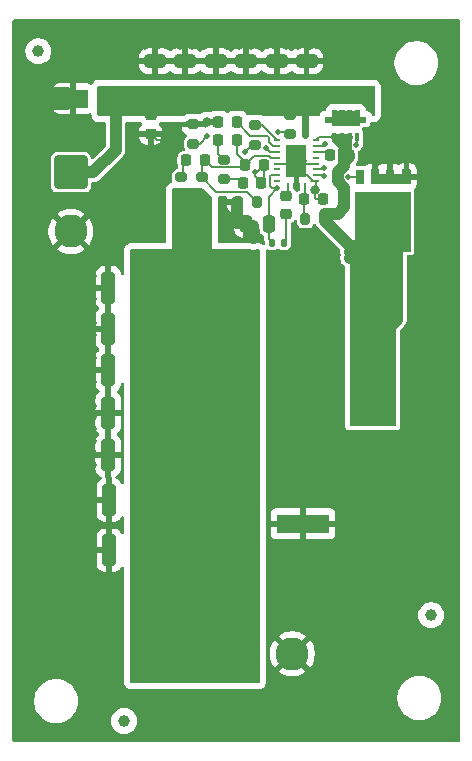
<source format=gbr>
%TF.GenerationSoftware,KiCad,Pcbnew,9.0.6*%
%TF.CreationDate,2026-02-08T18:04:31+01:00*%
%TF.ProjectId,Buck,4275636b-2e6b-4696-9361-645f70636258,B*%
%TF.SameCoordinates,Original*%
%TF.FileFunction,Copper,L1,Top*%
%TF.FilePolarity,Positive*%
%FSLAX46Y46*%
G04 Gerber Fmt 4.6, Leading zero omitted, Abs format (unit mm)*
G04 Created by KiCad (PCBNEW 9.0.6) date 2026-02-08 18:04:31*
%MOMM*%
%LPD*%
G01*
G04 APERTURE LIST*
G04 Aperture macros list*
%AMRoundRect*
0 Rectangle with rounded corners*
0 $1 Rounding radius*
0 $2 $3 $4 $5 $6 $7 $8 $9 X,Y pos of 4 corners*
0 Add a 4 corners polygon primitive as box body*
4,1,4,$2,$3,$4,$5,$6,$7,$8,$9,$2,$3,0*
0 Add four circle primitives for the rounded corners*
1,1,$1+$1,$2,$3*
1,1,$1+$1,$4,$5*
1,1,$1+$1,$6,$7*
1,1,$1+$1,$8,$9*
0 Add four rect primitives between the rounded corners*
20,1,$1+$1,$2,$3,$4,$5,0*
20,1,$1+$1,$4,$5,$6,$7,0*
20,1,$1+$1,$6,$7,$8,$9,0*
20,1,$1+$1,$8,$9,$2,$3,0*%
%AMFreePoly0*
4,1,5,0.000000,0.000000,-0.500000,0.000000,-0.500000,0.700000,0.000000,0.700000,0.000000,0.000000,0.000000,0.000000,$1*%
%AMFreePoly1*
4,1,5,0.750000,0.000000,0.000000,0.000000,0.000000,3.365000,0.750000,3.365000,0.750000,0.000000,0.750000,0.000000,$1*%
%AMFreePoly2*
4,1,5,0.500000,-0.700000,0.000000,-0.700000,0.000000,0.000000,0.500000,0.000000,0.500000,-0.700000,0.500000,-0.700000,$1*%
%AMFreePoly3*
4,1,5,0.000000,-4.700000,-4.534500,-4.700000,-4.534500,0.000000,0.000000,0.000000,0.000000,-4.700000,0.000000,-4.700000,$1*%
G04 Aperture macros list end*
%TA.AperFunction,EtchedComponent*%
%ADD10C,0.000000*%
%TD*%
%TA.AperFunction,SMDPad,CuDef*%
%ADD11RoundRect,0.250000X0.650000X-0.325000X0.650000X0.325000X-0.650000X0.325000X-0.650000X-0.325000X0*%
%TD*%
%TA.AperFunction,ComponentPad*%
%ADD12RoundRect,0.250001X-1.149999X1.149999X-1.149999X-1.149999X1.149999X-1.149999X1.149999X1.149999X0*%
%TD*%
%TA.AperFunction,ComponentPad*%
%ADD13C,2.800000*%
%TD*%
%TA.AperFunction,SMDPad,CuDef*%
%ADD14RoundRect,0.225000X0.225000X0.250000X-0.225000X0.250000X-0.225000X-0.250000X0.225000X-0.250000X0*%
%TD*%
%TA.AperFunction,SMDPad,CuDef*%
%ADD15C,1.000000*%
%TD*%
%TA.AperFunction,SMDPad,CuDef*%
%ADD16RoundRect,0.200000X-0.200000X-0.275000X0.200000X-0.275000X0.200000X0.275000X-0.200000X0.275000X0*%
%TD*%
%TA.AperFunction,SMDPad,CuDef*%
%ADD17RoundRect,0.250000X-0.250000X-0.475000X0.250000X-0.475000X0.250000X0.475000X-0.250000X0.475000X0*%
%TD*%
%TA.AperFunction,SMDPad,CuDef*%
%ADD18RoundRect,0.225000X-0.225000X-0.250000X0.225000X-0.250000X0.225000X0.250000X-0.225000X0.250000X0*%
%TD*%
%TA.AperFunction,SMDPad,CuDef*%
%ADD19RoundRect,0.250000X0.325000X1.100000X-0.325000X1.100000X-0.325000X-1.100000X0.325000X-1.100000X0*%
%TD*%
%TA.AperFunction,SMDPad,CuDef*%
%ADD20RoundRect,0.250000X1.050000X0.550000X-1.050000X0.550000X-1.050000X-0.550000X1.050000X-0.550000X0*%
%TD*%
%TA.AperFunction,SMDPad,CuDef*%
%ADD21RoundRect,0.225000X0.250000X-0.225000X0.250000X0.225000X-0.250000X0.225000X-0.250000X-0.225000X0*%
%TD*%
%TA.AperFunction,SMDPad,CuDef*%
%ADD22RoundRect,0.200000X-0.275000X0.200000X-0.275000X-0.200000X0.275000X-0.200000X0.275000X0.200000X0*%
%TD*%
%TA.AperFunction,SMDPad,CuDef*%
%ADD23R,4.000000X14.000000*%
%TD*%
%TA.AperFunction,SMDPad,CuDef*%
%ADD24R,0.431800X0.660400*%
%TD*%
%TA.AperFunction,SMDPad,CuDef*%
%ADD25R,0.300000X0.400000*%
%TD*%
%TA.AperFunction,SMDPad,CuDef*%
%ADD26RoundRect,0.218750X-0.256250X0.218750X-0.256250X-0.218750X0.256250X-0.218750X0.256250X0.218750X0*%
%TD*%
%TA.AperFunction,ComponentPad*%
%ADD27RoundRect,0.250001X-1.149999X-1.149999X1.149999X-1.149999X1.149999X1.149999X-1.149999X1.149999X0*%
%TD*%
%TA.AperFunction,SMDPad,CuDef*%
%ADD28R,0.249999X0.599999*%
%TD*%
%TA.AperFunction,SMDPad,CuDef*%
%ADD29R,0.599999X0.249999*%
%TD*%
%TA.AperFunction,ComponentPad*%
%ADD30C,0.499999*%
%TD*%
%TA.AperFunction,SMDPad,CuDef*%
%ADD31R,1.699999X2.700000*%
%TD*%
%TA.AperFunction,SMDPad,CuDef*%
%ADD32FreePoly0,270.000000*%
%TD*%
%TA.AperFunction,SMDPad,CuDef*%
%ADD33R,0.650000X1.250000*%
%TD*%
%TA.AperFunction,SMDPad,CuDef*%
%ADD34FreePoly1,270.000000*%
%TD*%
%TA.AperFunction,SMDPad,CuDef*%
%ADD35FreePoly2,270.000000*%
%TD*%
%TA.AperFunction,SMDPad,CuDef*%
%ADD36FreePoly3,270.000000*%
%TD*%
%TA.AperFunction,SMDPad,CuDef*%
%ADD37RoundRect,0.200000X0.200000X0.275000X-0.200000X0.275000X-0.200000X-0.275000X0.200000X-0.275000X0*%
%TD*%
%TA.AperFunction,SMDPad,CuDef*%
%ADD38RoundRect,0.135000X-0.135000X-0.185000X0.135000X-0.185000X0.135000X0.185000X-0.135000X0.185000X0*%
%TD*%
%TA.AperFunction,SMDPad,CuDef*%
%ADD39RoundRect,0.200000X0.275000X-0.200000X0.275000X0.200000X-0.275000X0.200000X-0.275000X-0.200000X0*%
%TD*%
%TA.AperFunction,SMDPad,CuDef*%
%ADD40R,4.500000X1.650000*%
%TD*%
%TA.AperFunction,ViaPad*%
%ADD41C,0.800000*%
%TD*%
%TA.AperFunction,ViaPad*%
%ADD42C,0.500000*%
%TD*%
%TA.AperFunction,Conductor*%
%ADD43C,0.200000*%
%TD*%
%TA.AperFunction,Conductor*%
%ADD44C,1.000000*%
%TD*%
%TA.AperFunction,Conductor*%
%ADD45C,0.600000*%
%TD*%
%TA.AperFunction,Conductor*%
%ADD46C,0.400000*%
%TD*%
G04 APERTURE END LIST*
D10*
%TA.AperFunction,EtchedComponent*%
%TO.C,Q1*%
G36*
X164765901Y-102049800D02*
G01*
X164984100Y-102049800D01*
X164984100Y-101979800D01*
X165415900Y-101979800D01*
X165415900Y-102049800D01*
X165634102Y-102049800D01*
X165634102Y-101979800D01*
X166065902Y-101979800D01*
X166065902Y-102049800D01*
X166284100Y-102049800D01*
X166284100Y-101979800D01*
X166715903Y-101979800D01*
X166715905Y-102529500D01*
X167254905Y-102529500D01*
X167254905Y-103099500D01*
X166715905Y-103099500D01*
X166715905Y-103279500D01*
X164334097Y-103279500D01*
X164334097Y-103099500D01*
X163795097Y-103099500D01*
X163795097Y-102529500D01*
X164334097Y-102529500D01*
X164334099Y-101979800D01*
X164765901Y-101979800D01*
X164765901Y-102049800D01*
G37*
%TD.AperFunction*%
%TD*%
D11*
%TO.P,C7,1*%
%TO.N,+18V*%
X159700000Y-100775000D03*
%TO.P,C7,2*%
%TO.N,GND*%
X159700000Y-97825000D03*
%TD*%
D12*
%TO.P,J1,1,Pin_1*%
%TO.N,+18V*%
X142250000Y-107250000D03*
D13*
%TO.P,J1,2,Pin_2*%
%TO.N,GND*%
X142250000Y-112250000D03*
%TD*%
D14*
%TO.P,C13,1*%
%TO.N,Net-(U1-COMP)*%
X158375000Y-108150000D03*
%TO.P,C13,2*%
%TO.N,Net-(C13-Pad2)*%
X156825000Y-108150000D03*
%TD*%
D15*
%TO.P,FID1,*%
%TO.N,*%
X139500000Y-97000000D03*
%TD*%
D11*
%TO.P,C3,1*%
%TO.N,+18V*%
X151900000Y-100775000D03*
%TO.P,C3,2*%
%TO.N,GND*%
X151900000Y-97825000D03*
%TD*%
D16*
%TO.P,R6,1*%
%TO.N,/ILIM*%
X162100000Y-111200000D03*
%TO.P,R6,2*%
%TO.N,/SW*%
X163750000Y-111200000D03*
%TD*%
D15*
%TO.P,FID3,*%
%TO.N,*%
X172750000Y-144750000D03*
%TD*%
D17*
%TO.P,C5,1*%
%TO.N,GND*%
X157100000Y-111600000D03*
%TO.P,C5,2*%
%TO.N,/SYNCIN*%
X159000000Y-111600000D03*
%TD*%
D18*
%TO.P,C11,1*%
%TO.N,/ILIM*%
X162025000Y-109500000D03*
%TO.P,C11,2*%
%TO.N,GND*%
X163575000Y-109500000D03*
%TD*%
D19*
%TO.P,C23,1*%
%TO.N,/VOUT*%
X148450000Y-135000000D03*
%TO.P,C23,2*%
%TO.N,GND*%
X145500000Y-135000000D03*
%TD*%
D18*
%TO.P,C12,1*%
%TO.N,/BST*%
X164225000Y-105750000D03*
%TO.P,C12,2*%
%TO.N,/SW*%
X165775000Y-105750000D03*
%TD*%
D20*
%TO.P,C1,1*%
%TO.N,+18V*%
X146050000Y-101000000D03*
%TO.P,C1,2*%
%TO.N,GND*%
X142450000Y-101000000D03*
%TD*%
D21*
%TO.P,C10,1*%
%TO.N,GND*%
X149000000Y-103975000D03*
%TO.P,C10,2*%
%TO.N,+18V*%
X149000000Y-102425000D03*
%TD*%
D22*
%TO.P,R8,1*%
%TO.N,Net-(C17-Pad2)*%
X151600000Y-107675000D03*
%TO.P,R8,2*%
%TO.N,/VOUT*%
X151600000Y-109325000D03*
%TD*%
D19*
%TO.P,C18,1*%
%TO.N,/VOUT*%
X148375000Y-124000000D03*
%TO.P,C18,2*%
%TO.N,GND*%
X145425000Y-124000000D03*
%TD*%
D18*
%TO.P,R20,1*%
%TO.N,Net-(R20-Pad1)*%
X154725000Y-104500000D03*
%TO.P,R20,2*%
%TO.N,Net-(U1-FB)*%
X156275000Y-104500000D03*
%TD*%
D23*
%TO.P,L1,1,1*%
%TO.N,/SW*%
X167800000Y-121800000D03*
%TO.P,L1,2,2*%
%TO.N,/VOUT*%
X151800000Y-121800000D03*
%TD*%
D24*
%TO.P,Q1,1,1*%
%TO.N,/SW*%
X164550002Y-104250000D03*
%TO.P,Q1,2,2*%
X165200000Y-104250000D03*
%TO.P,Q1,3,3*%
X165850002Y-104250000D03*
%TO.P,Q1,4,4*%
%TO.N,/HG*%
X166500000Y-104250000D03*
D25*
%TO.P,Q1,5,5*%
%TO.N,+18V*%
X166500000Y-101180000D03*
%TO.P,Q1,6,6*%
X165850002Y-101180000D03*
%TO.P,Q1,7,7*%
X165200000Y-101180000D03*
%TO.P,Q1,8,8*%
X164550002Y-101180000D03*
%TD*%
D26*
%TO.P,D1,1,K*%
%TO.N,/PGOOD*%
X160500000Y-109212500D03*
%TO.P,D1,2,A*%
%TO.N,Net-(D1-A)*%
X160500000Y-110787500D03*
%TD*%
D22*
%TO.P,R4,1*%
%TO.N,GND*%
X152600000Y-103175000D03*
%TO.P,R4,2*%
%TO.N,/EN*%
X152600000Y-104825000D03*
%TD*%
D11*
%TO.P,C2,1*%
%TO.N,+18V*%
X149400000Y-100775000D03*
%TO.P,C2,2*%
%TO.N,GND*%
X149400000Y-97825000D03*
%TD*%
D27*
%TO.P,J2,1,Pin_1*%
%TO.N,/VOUT*%
X156000000Y-148000000D03*
D13*
%TO.P,J2,2,Pin_2*%
%TO.N,GND*%
X161000000Y-148000000D03*
%TD*%
D28*
%TO.P,U1,1,EN_UVLO*%
%TO.N,/EN*%
X160600000Y-104099999D03*
D29*
%TO.P,U1,2,RT*%
%TO.N,/RT*%
X159700002Y-104500001D03*
%TO.P,U1,3,SS_TRK*%
%TO.N,/SS*%
X159700002Y-105000000D03*
%TO.P,U1,4,COMP*%
%TO.N,Net-(U1-COMP)*%
X159700002Y-105500002D03*
%TO.P,U1,5,FB*%
%TO.N,Net-(U1-FB)*%
X159700002Y-106000000D03*
%TO.P,U1,6,AGND*%
%TO.N,GND*%
X159700002Y-106500002D03*
%TO.P,U1,7,SYNCOUT*%
%TO.N,unconnected-(U1-SYNCOUT-Pad7)*%
X159700002Y-107000001D03*
%TO.P,U1,8,SYNCIN*%
%TO.N,/SYNCIN*%
X159700002Y-107500000D03*
%TO.P,U1,9,NC*%
%TO.N,unconnected-(U1-NC-Pad9)*%
X159700002Y-107999999D03*
D28*
%TO.P,U1,10,PGOOD*%
%TO.N,/PGOOD*%
X160600000Y-108400001D03*
%TO.P,U1,11,ILIM*%
%TO.N,/ILIM*%
X162100002Y-108400001D03*
D30*
%TO.P,U1,12,PGND*%
%TO.N,GND*%
X160750002Y-106250000D03*
X161350001Y-105150000D03*
X161350001Y-107350000D03*
X161950000Y-106250000D03*
D29*
X163000000Y-107999999D03*
%TO.P,U1,13,LO*%
%TO.N,/LG*%
X163000000Y-107500000D03*
%TO.P,U1,14,VCC*%
%TO.N,/SYNCIN*%
X163000000Y-106999998D03*
%TO.P,U1,15,EP*%
%TO.N,GND*%
X163000000Y-106500000D03*
%TO.P,U1,16,NC*%
%TO.N,unconnected-(U1-NC-Pad16)*%
X163000000Y-105999998D03*
%TO.P,U1,17,BST*%
%TO.N,/BST*%
X163000000Y-105499999D03*
%TO.P,U1,18,HO*%
%TO.N,/HG*%
X163000000Y-105000000D03*
%TO.P,U1,19,SW*%
%TO.N,/SW*%
X163000000Y-104499998D03*
D28*
%TO.P,U1,20,VIN*%
%TO.N,+18V*%
X162100002Y-104099999D03*
D31*
%TO.P,U1,21,EP*%
%TO.N,GND*%
X161350001Y-106250000D03*
%TD*%
D32*
%TO.P,Q2,1,SOURCE*%
%TO.N,GND*%
X170310400Y-107500000D03*
D33*
X170667000Y-107625000D03*
%TO.P,Q2,2,SOURCE*%
X169295800Y-107625000D03*
D32*
%TO.P,Q2,3,SOURCE*%
X167645400Y-107500000D03*
D34*
X167645400Y-107500000D03*
D33*
X168000000Y-107625000D03*
%TO.P,Q2,4,GATE*%
%TO.N,/LG*%
X166755800Y-107625000D03*
%TO.P,Q2,5,DRAIN*%
%TO.N,/SW*%
X166653800Y-113325000D03*
D35*
X167010400Y-113450000D03*
D33*
%TO.P,Q2,6,DRAIN*%
X168000000Y-113325000D03*
D35*
X168345400Y-113450000D03*
D33*
%TO.P,Q2,7,DRAIN*%
X169320800Y-113325000D03*
D35*
X169675400Y-113450000D03*
D33*
%TO.P,Q2,8,DRAIN*%
X170667000Y-113325000D03*
D35*
X171010400Y-113450000D03*
D36*
X171010400Y-113450000D03*
%TD*%
D37*
%TO.P,R5,1*%
%TO.N,Net-(U1-FB)*%
X158025000Y-109750000D03*
%TO.P,R5,2*%
%TO.N,GND*%
X156375000Y-109750000D03*
%TD*%
D38*
%TO.P,R1,1*%
%TO.N,/SYNCIN*%
X159290000Y-113200000D03*
%TO.P,R1,2*%
%TO.N,Net-(D1-A)*%
X160310000Y-113200000D03*
%TD*%
D11*
%TO.P,C9,1*%
%TO.N,+18V*%
X162200000Y-100775000D03*
%TO.P,C9,2*%
%TO.N,GND*%
X162200000Y-97825000D03*
%TD*%
D19*
%TO.P,C19,1*%
%TO.N,/VOUT*%
X148350000Y-131200000D03*
%TO.P,C19,2*%
%TO.N,GND*%
X145400000Y-131200000D03*
%TD*%
D22*
%TO.P,R9,1*%
%TO.N,Net-(U1-FB)*%
X153350000Y-107675000D03*
%TO.P,R9,2*%
%TO.N,/VOUT*%
X153350000Y-109325000D03*
%TD*%
D19*
%TO.P,C22,1*%
%TO.N,/VOUT*%
X148450000Y-139250000D03*
%TO.P,C22,2*%
%TO.N,GND*%
X145500000Y-139250000D03*
%TD*%
D14*
%TO.P,C17,1*%
%TO.N,Net-(U1-FB)*%
X153575000Y-106225000D03*
%TO.P,C17,2*%
%TO.N,Net-(C17-Pad2)*%
X152025000Y-106225000D03*
%TD*%
D19*
%TO.P,C16,1*%
%TO.N,/VOUT*%
X148375000Y-120500000D03*
%TO.P,C16,2*%
%TO.N,GND*%
X145425000Y-120500000D03*
%TD*%
D18*
%TO.P,C8,1*%
%TO.N,GND*%
X154725000Y-103000000D03*
%TO.P,C8,2*%
%TO.N,/SS*%
X156275000Y-103000000D03*
%TD*%
D39*
%TO.P,R7,1*%
%TO.N,Net-(C13-Pad2)*%
X155200000Y-107825000D03*
%TO.P,R7,2*%
%TO.N,Net-(R20-Pad1)*%
X155200000Y-106175000D03*
%TD*%
D15*
%TO.P,FID2,*%
%TO.N,*%
X146750000Y-153700000D03*
%TD*%
D19*
%TO.P,C20,1*%
%TO.N,/VOUT*%
X148350000Y-127600000D03*
%TO.P,C20,2*%
%TO.N,GND*%
X145400000Y-127600000D03*
%TD*%
D11*
%TO.P,C4,1*%
%TO.N,+18V*%
X154500000Y-100775000D03*
%TO.P,C4,2*%
%TO.N,GND*%
X154500000Y-97825000D03*
%TD*%
D39*
%TO.P,R3,1*%
%TO.N,/EN*%
X160800000Y-104025000D03*
%TO.P,R3,2*%
%TO.N,+18V*%
X160800000Y-102375000D03*
%TD*%
D11*
%TO.P,C6,1*%
%TO.N,+18V*%
X157100000Y-100775000D03*
%TO.P,C6,2*%
%TO.N,GND*%
X157100000Y-97825000D03*
%TD*%
D40*
%TO.P,C21,1*%
%TO.N,/VOUT*%
X153500000Y-137000000D03*
%TO.P,C21,2*%
%TO.N,GND*%
X161900000Y-137000000D03*
%TD*%
D14*
%TO.P,C14,1*%
%TO.N,Net-(U1-COMP)*%
X158575000Y-106600000D03*
%TO.P,C14,2*%
%TO.N,Net-(U1-FB)*%
X157025000Y-106600000D03*
%TD*%
D19*
%TO.P,C15,1*%
%TO.N,/VOUT*%
X148375000Y-117000000D03*
%TO.P,C15,2*%
%TO.N,GND*%
X145425000Y-117000000D03*
%TD*%
D39*
%TO.P,R2,1*%
%TO.N,GND*%
X157800000Y-104900000D03*
%TO.P,R2,2*%
%TO.N,/RT*%
X157800000Y-103250000D03*
%TD*%
D41*
%TO.N,GND*%
X143000000Y-137000000D03*
X162000000Y-143000000D03*
X162000000Y-140000000D03*
X140000000Y-141000000D03*
X169000000Y-147000000D03*
X142000000Y-126000000D03*
X143000000Y-117000000D03*
X142000000Y-132000000D03*
X150500000Y-96500000D03*
X164500000Y-97500000D03*
X139000000Y-101500000D03*
X142000000Y-116000000D03*
X140000000Y-131000000D03*
X140000000Y-123000000D03*
X169000000Y-145000000D03*
X142000000Y-117000000D03*
X143000000Y-119000000D03*
X140000000Y-121000000D03*
X138000000Y-102500000D03*
X144000000Y-130000000D03*
X167000000Y-149000000D03*
X164000000Y-139000000D03*
X161000000Y-145000000D03*
D42*
X157000000Y-105500000D03*
D41*
X150200000Y-104500000D03*
X165000000Y-138000000D03*
X165000000Y-142000000D03*
X153750000Y-103000000D03*
X140000000Y-133000000D03*
X140000000Y-126000000D03*
X144000000Y-125000000D03*
X166000000Y-145000000D03*
X143000000Y-123000000D03*
X164000000Y-143000000D03*
X143000000Y-96500000D03*
X161000000Y-142000000D03*
X167000000Y-144000000D03*
X140000000Y-117000000D03*
X167000000Y-136000000D03*
X162000000Y-145000000D03*
X143000000Y-136000000D03*
X143000000Y-120000000D03*
X140000000Y-118000000D03*
X162000000Y-139000000D03*
X150500000Y-95500000D03*
X143000000Y-95500000D03*
X167500000Y-96500000D03*
X171000000Y-103250000D03*
X141000000Y-134000000D03*
X143000000Y-135000000D03*
X142000000Y-131000000D03*
X141000000Y-123000000D03*
X165000000Y-141000000D03*
X169000000Y-143000000D03*
X144000000Y-137000000D03*
X160000000Y-144000000D03*
X144000000Y-97500000D03*
X140000000Y-128000000D03*
X140000000Y-122000000D03*
X143000000Y-124000000D03*
X145000000Y-95500000D03*
X163000000Y-144000000D03*
X165000000Y-140000000D03*
X144000000Y-96500000D03*
X139000000Y-102500000D03*
X142000000Y-133000000D03*
X141000000Y-127000000D03*
X169000000Y-104250000D03*
X159500000Y-96500000D03*
X168000000Y-136000000D03*
X140000000Y-125000000D03*
X162000000Y-142000000D03*
X142000000Y-138000000D03*
X141000000Y-122000000D03*
X165500000Y-96500000D03*
X144000000Y-123000000D03*
X143000000Y-134000000D03*
X142000000Y-129000000D03*
X141000000Y-135000000D03*
X157700000Y-112800000D03*
X168000000Y-140000000D03*
X147000000Y-96500000D03*
X161000000Y-143000000D03*
X141000000Y-141000000D03*
X167000000Y-143000000D03*
X153500000Y-95500000D03*
X143000000Y-129000000D03*
X144000000Y-139000000D03*
X169000000Y-103250000D03*
X144000000Y-135000000D03*
X168000000Y-146000000D03*
X166000000Y-143000000D03*
X144000000Y-131000000D03*
X166000000Y-147000000D03*
X169000000Y-136000000D03*
X141000000Y-138000000D03*
X164000000Y-145000000D03*
X140000000Y-124000000D03*
X147000000Y-97500000D03*
X169000000Y-149000000D03*
X169000000Y-142000000D03*
X166000000Y-140000000D03*
X148500000Y-96500000D03*
X140500000Y-101500000D03*
X165000000Y-144000000D03*
X161500000Y-96500000D03*
X142000000Y-140000000D03*
X169000000Y-105250000D03*
X140000000Y-135000000D03*
X138000000Y-100500000D03*
X141000000Y-128000000D03*
X144000000Y-127000000D03*
X165000000Y-148000000D03*
X162500000Y-95500000D03*
X167500000Y-95500000D03*
X145000000Y-97500000D03*
X163000000Y-141000000D03*
X160000000Y-143000000D03*
X166000000Y-136000000D03*
X161000000Y-139000000D03*
X141000000Y-133000000D03*
X144000000Y-120000000D03*
X141000000Y-116000000D03*
X166500000Y-96500000D03*
X170000000Y-102250000D03*
X168000000Y-145000000D03*
X168000000Y-105250000D03*
X142000000Y-139000000D03*
X167500000Y-97500000D03*
X144000000Y-132000000D03*
X141000000Y-117000000D03*
X148500000Y-95500000D03*
X142000000Y-130000000D03*
X145000000Y-96500000D03*
X143000000Y-133000000D03*
X143000000Y-140000000D03*
X143000000Y-127000000D03*
X140000000Y-139000000D03*
X142000000Y-136000000D03*
X168000000Y-138000000D03*
X142000000Y-134000000D03*
X147000000Y-95500000D03*
X144000000Y-124000000D03*
X163000000Y-142000000D03*
X149500000Y-96500000D03*
X160000000Y-142000000D03*
X146000000Y-95500000D03*
X168000000Y-147000000D03*
X143000000Y-125000000D03*
X164000000Y-142000000D03*
X155500000Y-96500000D03*
X168000000Y-141000000D03*
X142000000Y-141000000D03*
X144000000Y-141000000D03*
X144000000Y-117000000D03*
X142000000Y-118000000D03*
X141000000Y-125000000D03*
X142000000Y-128000000D03*
X171000000Y-104250000D03*
X167000000Y-138000000D03*
X142000000Y-120000000D03*
X162900000Y-108700000D03*
X163000000Y-140000000D03*
X169000000Y-141000000D03*
X165500000Y-97500000D03*
X166000000Y-138000000D03*
X168000000Y-144000000D03*
X154500000Y-96500000D03*
X141000000Y-130000000D03*
X138000000Y-101500000D03*
X165000000Y-143000000D03*
X171000000Y-105250000D03*
X140000000Y-137000000D03*
X141000000Y-139000000D03*
X166000000Y-141000000D03*
X139000000Y-100500000D03*
X165000000Y-146000000D03*
X163000000Y-139000000D03*
X162000000Y-141000000D03*
X161000000Y-144000000D03*
X163500000Y-95500000D03*
X144000000Y-121000000D03*
X144000000Y-118000000D03*
X152500000Y-95500000D03*
X144000000Y-129000000D03*
X141000000Y-121000000D03*
X154500000Y-95500000D03*
X166000000Y-139000000D03*
X141000000Y-140000000D03*
X168000000Y-137000000D03*
X164000000Y-144000000D03*
X143000000Y-122000000D03*
X141000000Y-136000000D03*
X165000000Y-149000000D03*
X169000000Y-138000000D03*
X143000000Y-141000000D03*
X166000000Y-146000000D03*
X167000000Y-139000000D03*
X164500000Y-95500000D03*
X143000000Y-126000000D03*
X149500000Y-95500000D03*
X169000000Y-146000000D03*
X166000000Y-142000000D03*
X160000000Y-141000000D03*
X165000000Y-147000000D03*
X141000000Y-118000000D03*
X156500000Y-96500000D03*
X167000000Y-147000000D03*
X167000000Y-137000000D03*
X142000000Y-119000000D03*
X161500000Y-95500000D03*
X165500000Y-95500000D03*
X167000000Y-146000000D03*
X142000000Y-122000000D03*
X143000000Y-118000000D03*
X156300000Y-111500000D03*
X168000000Y-104250000D03*
X157500000Y-95500000D03*
X156500000Y-95500000D03*
X167000000Y-141000000D03*
X160000000Y-139000000D03*
X142000000Y-127000000D03*
X163000000Y-143000000D03*
X164000000Y-141000000D03*
X170000000Y-104250000D03*
X169000000Y-137000000D03*
X143000000Y-128000000D03*
X151500000Y-95500000D03*
X166000000Y-149000000D03*
X141000000Y-132000000D03*
X168000000Y-148000000D03*
X144000000Y-95500000D03*
X165000000Y-139000000D03*
X169000000Y-148000000D03*
X163500000Y-96500000D03*
X140000000Y-134000000D03*
X158500000Y-95500000D03*
X144000000Y-119000000D03*
X141000000Y-129000000D03*
X141000000Y-137000000D03*
X140500000Y-100500000D03*
X170000000Y-105250000D03*
X163000000Y-145000000D03*
X164500000Y-96500000D03*
X142000000Y-137000000D03*
X143000000Y-131000000D03*
X159500000Y-95500000D03*
X167000000Y-142000000D03*
X144000000Y-138000000D03*
X142000000Y-125000000D03*
X157500000Y-96500000D03*
X167000000Y-140000000D03*
X144000000Y-128000000D03*
X170000000Y-103250000D03*
X160500000Y-96500000D03*
X168000000Y-149000000D03*
X169000000Y-140000000D03*
X162500000Y-96500000D03*
X140000000Y-132000000D03*
X162000000Y-144000000D03*
X142000000Y-123000000D03*
X144000000Y-140000000D03*
X141000000Y-120000000D03*
X141000000Y-124000000D03*
X160000000Y-140000000D03*
X142000000Y-135000000D03*
X167000000Y-148000000D03*
X153500000Y-96500000D03*
X166500000Y-97500000D03*
X165000000Y-145000000D03*
X166500000Y-95500000D03*
X144000000Y-122000000D03*
X169000000Y-144000000D03*
X140000000Y-136000000D03*
X144000000Y-134000000D03*
X160500000Y-95500000D03*
X140000000Y-119000000D03*
X143000000Y-116000000D03*
X158500000Y-96500000D03*
X171000000Y-102250000D03*
X144000000Y-136000000D03*
X146000000Y-97500000D03*
X143000000Y-121000000D03*
X166000000Y-137000000D03*
X143000000Y-132000000D03*
X160000000Y-145000000D03*
X140000000Y-127000000D03*
X167000000Y-145000000D03*
X143000000Y-97500000D03*
X151500000Y-96500000D03*
X168000000Y-143000000D03*
X142000000Y-124000000D03*
X141000000Y-131000000D03*
X161000000Y-140000000D03*
X166000000Y-144000000D03*
X152500000Y-96500000D03*
X164000000Y-140000000D03*
X166000000Y-148000000D03*
X144000000Y-133000000D03*
X144000000Y-116000000D03*
X169000000Y-139000000D03*
X143000000Y-138000000D03*
X161000000Y-141000000D03*
X140000000Y-120000000D03*
X165000000Y-136000000D03*
X143000000Y-130000000D03*
X146000000Y-96500000D03*
X142000000Y-121000000D03*
X168000000Y-139000000D03*
X140000000Y-116000000D03*
X169000000Y-102250000D03*
X143000000Y-139000000D03*
X141000000Y-126000000D03*
X140000000Y-130000000D03*
X144000000Y-126000000D03*
X165000000Y-137000000D03*
X155500000Y-95500000D03*
X141000000Y-119000000D03*
X140000000Y-138000000D03*
X168250000Y-106250000D03*
X168000000Y-142000000D03*
X140000000Y-140000000D03*
X140000000Y-129000000D03*
D42*
%TO.N,/SYNCIN*%
X159700000Y-108600000D03*
X163696157Y-106838448D03*
%TO.N,Net-(U1-COMP)*%
X158800000Y-105200000D03*
X157800000Y-107200000D03*
%TO.N,/LG*%
X165750000Y-107625000D03*
X163706476Y-107538372D03*
%TO.N,/HG*%
X163772965Y-104860139D03*
X166391248Y-104908752D03*
%TO.N,/EN*%
X159800000Y-103800000D03*
X153800000Y-104200000D03*
%TD*%
D43*
%TO.N,GND*%
X161950000Y-106250000D02*
X161950000Y-106750001D01*
X157800000Y-104900000D02*
X157600000Y-104900000D01*
D44*
X157725000Y-112225000D02*
X157725000Y-112775000D01*
D43*
X162900000Y-109420000D02*
X162980000Y-109500000D01*
X157600000Y-104900000D02*
X157000000Y-105500000D01*
D44*
X157725000Y-112775000D02*
X157700000Y-112800000D01*
D43*
X163000000Y-108000001D02*
X162599999Y-108000001D01*
X149525000Y-104500000D02*
X149000000Y-103975000D01*
X153575000Y-103175000D02*
X153750000Y-103000000D01*
D44*
X157000000Y-111500000D02*
X157725000Y-112225000D01*
X141950000Y-101500000D02*
X142450000Y-101000000D01*
D43*
X163000000Y-106500000D02*
X161600001Y-106500000D01*
X160750002Y-106250000D02*
X160750002Y-105749999D01*
X161350001Y-105650001D02*
X161950000Y-106250000D01*
X157800000Y-104525000D02*
X157800000Y-104900000D01*
D44*
X156300000Y-111500000D02*
X157000000Y-111500000D01*
D43*
X161350001Y-105150000D02*
X161350001Y-105650001D01*
X159700002Y-106500002D02*
X160500000Y-106500002D01*
D44*
X140500000Y-101500000D02*
X141950000Y-101500000D01*
D43*
X162900000Y-108700000D02*
X162900000Y-109420000D01*
X163000000Y-108000001D02*
X162599998Y-108000001D01*
D44*
X156300000Y-109762500D02*
X156287500Y-109750000D01*
X156300000Y-111500000D02*
X156300000Y-109762500D01*
D43*
X150200000Y-104500000D02*
X149525000Y-104500000D01*
X160500000Y-106500002D02*
X160750002Y-106250000D01*
X161600001Y-106500000D02*
X161350001Y-106250000D01*
X161350001Y-106641480D02*
X161350001Y-106250000D01*
X163000000Y-108000001D02*
X163000000Y-108600000D01*
X150200000Y-104500000D02*
X151525000Y-103175000D01*
X152600000Y-103175000D02*
X153575000Y-103175000D01*
X153750000Y-103000000D02*
X154725000Y-103000000D01*
X160750002Y-106750001D02*
X161350001Y-107350000D01*
X163000000Y-107999999D02*
X162708520Y-107999999D01*
X162708520Y-107999999D02*
X161350001Y-106641480D01*
D44*
X157700000Y-112800000D02*
X157700000Y-111800000D01*
D43*
X162980000Y-109500000D02*
X163575000Y-109500000D01*
X160750002Y-105749999D02*
X161350001Y-105150000D01*
X163000000Y-108600000D02*
X162900000Y-108700000D01*
X160750002Y-106250000D02*
X160750002Y-106750001D01*
X161950000Y-106750001D02*
X161350001Y-107350000D01*
X161099999Y-106500002D02*
X161350001Y-106250000D01*
D44*
X140500000Y-100500000D02*
X141950000Y-100500000D01*
D43*
X151525000Y-103175000D02*
X152600000Y-103175000D01*
D44*
X141950000Y-100500000D02*
X142450000Y-101000000D01*
D43*
%TO.N,/BST*%
X163975001Y-105500001D02*
X164225000Y-105750000D01*
X163000000Y-105500001D02*
X163975001Y-105500001D01*
D45*
%TO.N,/SW*%
X164550002Y-104250000D02*
X164507754Y-104207752D01*
D44*
X165400000Y-106400000D02*
X165400000Y-106714000D01*
X165865000Y-114500000D02*
X169865000Y-114500000D01*
D46*
X164700000Y-104250000D02*
X165200000Y-104750000D01*
D44*
X167200000Y-113450000D02*
X167200000Y-121200000D01*
D46*
X165850002Y-104250000D02*
X165387500Y-104712502D01*
X164550002Y-104250000D02*
X164550002Y-104525002D01*
X164550002Y-104525002D02*
X165200000Y-105175000D01*
D44*
X167200000Y-121200000D02*
X167800000Y-121800000D01*
X168530000Y-113450000D02*
X168530000Y-121070000D01*
D46*
X165026000Y-106026000D02*
X165375000Y-106375000D01*
X164550002Y-104250000D02*
X164700000Y-104250000D01*
D45*
X165200000Y-105175000D02*
X165387500Y-105362500D01*
D44*
X163750000Y-110750000D02*
X163750000Y-111335000D01*
X168530000Y-121070000D02*
X167800000Y-121800000D01*
D45*
X163800000Y-110700000D02*
X163750000Y-110750000D01*
D44*
X165865000Y-113450000D02*
X169865000Y-113450000D01*
X165375000Y-106375000D02*
X165400000Y-106400000D01*
X165372651Y-108536000D02*
X165400000Y-108536000D01*
D45*
X164550002Y-104250000D02*
X165783100Y-104250000D01*
D46*
X165200000Y-105175000D02*
X165026000Y-105349000D01*
D43*
X163250000Y-104250000D02*
X164550002Y-104250000D01*
D44*
X165775000Y-105750000D02*
X165775000Y-105975000D01*
X164839000Y-107247651D02*
X164839000Y-108002349D01*
D46*
X165775000Y-104325002D02*
X165775000Y-105750000D01*
X165850002Y-104250000D02*
X165775000Y-104325002D01*
D44*
X164839000Y-108002349D02*
X165372651Y-108536000D01*
X169865000Y-113450000D02*
X169865000Y-114000000D01*
X163750000Y-111335000D02*
X165865000Y-113450000D01*
D46*
X165387500Y-104712502D02*
X165387500Y-105362500D01*
D45*
X165200000Y-104250000D02*
X165200000Y-104750000D01*
D44*
X165400000Y-108536000D02*
X165400000Y-110200000D01*
D45*
X165200000Y-104750000D02*
X165200000Y-105175000D01*
D44*
X169865000Y-114500000D02*
X169865000Y-119735000D01*
D46*
X165026000Y-105724000D02*
X165026000Y-106026000D01*
D44*
X165400000Y-110200000D02*
X164850000Y-110750000D01*
X169865000Y-119735000D02*
X167800000Y-121800000D01*
X165400000Y-106714000D02*
X165372651Y-106714000D01*
X165865000Y-114000000D02*
X169865000Y-114000000D01*
D46*
X165026000Y-105349000D02*
X165026000Y-105724000D01*
D44*
X164850000Y-110750000D02*
X163750000Y-110750000D01*
X169865000Y-114000000D02*
X169865000Y-114500000D01*
X165775000Y-105975000D02*
X165375000Y-106375000D01*
D43*
X163000000Y-104500000D02*
X163250000Y-104250000D01*
D44*
X165372651Y-106714000D02*
X164839000Y-107247651D01*
D45*
X165387500Y-105362500D02*
X165775000Y-105750000D01*
D46*
X165387500Y-105362500D02*
X165026000Y-105724000D01*
D43*
%TO.N,/SYNCIN*%
X159173003Y-107500002D02*
X159700002Y-107500002D01*
X163000000Y-107000000D02*
X163534605Y-107000000D01*
X163534605Y-107000000D02*
X163696157Y-106838448D01*
X159099003Y-108426000D02*
X159099003Y-107574002D01*
X159700000Y-108600000D02*
X159000000Y-109300000D01*
X159700000Y-108600000D02*
X159273003Y-108600000D01*
X159000000Y-112910000D02*
X159290000Y-113200000D01*
X159000000Y-109300000D02*
X159000000Y-111600000D01*
X159099003Y-107574002D02*
X159173003Y-107500002D01*
X159273003Y-108600000D02*
X159099003Y-108426000D01*
X159000000Y-111600000D02*
X159000000Y-112910000D01*
X163593978Y-107000000D02*
X163682329Y-106911649D01*
%TO.N,/ILIM*%
X162020000Y-109500000D02*
X162020000Y-110670000D01*
X162100002Y-109419998D02*
X162020000Y-109500000D01*
X162020000Y-110670000D02*
X162100000Y-110750000D01*
X162100002Y-108400003D02*
X162100002Y-109419998D01*
%TO.N,/SS*%
X158500000Y-104200000D02*
X158474000Y-104174000D01*
X159051807Y-104348193D02*
X158903613Y-104200000D01*
X157449000Y-104174000D02*
X156275000Y-103000000D01*
X159700002Y-105000000D02*
X159400000Y-105000000D01*
X159400000Y-105000000D02*
X159051807Y-104651807D01*
X159051807Y-104651807D02*
X159051807Y-104348193D01*
X158474000Y-104174000D02*
X157449000Y-104174000D01*
X158903613Y-104200000D02*
X158500000Y-104200000D01*
%TO.N,Net-(U1-COMP)*%
X158575000Y-106400000D02*
X158575000Y-107750000D01*
X157975000Y-107200000D02*
X158575000Y-106600000D01*
X157800000Y-107200000D02*
X157975000Y-107200000D01*
X157800000Y-107200000D02*
X157800000Y-107575000D01*
X159700002Y-105500002D02*
X159100002Y-105500002D01*
X157800000Y-107575000D02*
X158375000Y-108150000D01*
X158750000Y-106725000D02*
X158725000Y-106750000D01*
X158575000Y-107750000D02*
X158375000Y-107950000D01*
X158575000Y-106400000D02*
X158575000Y-106198004D01*
X159100002Y-105500002D02*
X158800000Y-105200000D01*
%TO.N,Net-(C17-Pad2)*%
X151750000Y-106500000D02*
X152025000Y-106225000D01*
X151750000Y-107525000D02*
X151750000Y-106500000D01*
X151600000Y-107675000D02*
X151750000Y-107525000D01*
%TO.N,/PGOOD*%
X160600000Y-108400003D02*
X160600000Y-109415000D01*
X160600000Y-109415000D02*
X160500000Y-109515000D01*
%TO.N,/LG*%
X163000002Y-107500000D02*
X163000000Y-107500002D01*
X166755800Y-107625000D02*
X165750000Y-107625000D01*
X163000000Y-107500002D02*
X163668106Y-107500002D01*
X163668106Y-107500002D02*
X163706476Y-107538372D01*
%TO.N,/HG*%
X166500000Y-104800000D02*
X166400000Y-104900000D01*
X163633102Y-105000002D02*
X163772965Y-104860139D01*
X166500000Y-104250000D02*
X166500000Y-104800000D01*
X163693958Y-105000002D02*
X163785208Y-104908752D01*
X163000000Y-105000002D02*
X163633102Y-105000002D01*
%TO.N,/RT*%
X158450001Y-103250000D02*
X159700002Y-104500001D01*
X157800000Y-103250000D02*
X158450001Y-103250000D01*
%TO.N,Net-(C13-Pad2)*%
X156500000Y-107825000D02*
X156825000Y-108150000D01*
X155200000Y-107825000D02*
X156500000Y-107825000D01*
%TO.N,Net-(U1-FB)*%
X156275000Y-105650000D02*
X157025000Y-106400000D01*
X158025000Y-109750000D02*
X157151000Y-108876000D01*
X157777996Y-105847004D02*
X159047007Y-105847004D01*
X156275000Y-104500000D02*
X156275000Y-105650000D01*
X153350000Y-106450000D02*
X153575000Y-106225000D01*
X153575000Y-106225000D02*
X154176000Y-106826000D01*
X157025000Y-106400000D02*
X157418352Y-106400000D01*
X154176000Y-106826000D02*
X156599000Y-106826000D01*
X154551000Y-108876000D02*
X153350000Y-107675000D01*
X157025000Y-106600000D02*
X157777996Y-105847004D01*
X153350000Y-107675000D02*
X153350000Y-106450000D01*
X156599000Y-106826000D02*
X157025000Y-106400000D01*
X157151000Y-108876000D02*
X154551000Y-108876000D01*
X159047007Y-105847004D02*
X159200003Y-106000000D01*
X159200003Y-106000000D02*
X159700002Y-106000000D01*
%TO.N,Net-(D1-A)*%
X160500000Y-113010000D02*
X160310000Y-113200000D01*
X160500000Y-110787500D02*
X160500000Y-113010000D01*
D44*
%TO.N,+18V*%
X146050000Y-105350000D02*
X146050000Y-101000000D01*
X144150000Y-107250000D02*
X146050000Y-105350000D01*
X142250000Y-107250000D02*
X144150000Y-107250000D01*
D45*
X162100002Y-104100001D02*
X162100002Y-100874998D01*
X162100002Y-100874998D02*
X162200000Y-100775000D01*
D43*
%TO.N,/EN*%
X152600000Y-104825000D02*
X153175000Y-104825000D01*
X160575000Y-103800000D02*
X160800000Y-104025000D01*
X159800000Y-103800000D02*
X160575000Y-103800000D01*
X153175000Y-104825000D02*
X153800000Y-104200000D01*
%TO.N,Net-(R20-Pad1)*%
X154725000Y-105700000D02*
X155200000Y-106175000D01*
X154725000Y-104500000D02*
X154725000Y-105700000D01*
%TD*%
%TA.AperFunction,Conductor*%
%TO.N,/VOUT*%
G36*
X150800000Y-114306706D02*
G01*
X154200000Y-114306706D01*
X154200000Y-113750000D01*
X157354406Y-113750000D01*
X157383102Y-113753366D01*
X157392720Y-113755653D01*
X157408164Y-113762051D01*
X157475777Y-113775500D01*
X157536466Y-113787572D01*
X157601456Y-113800500D01*
X157601459Y-113800500D01*
X157798543Y-113800500D01*
X157841869Y-113791881D01*
X157924223Y-113775500D01*
X157991836Y-113762051D01*
X158007279Y-113755653D01*
X158016898Y-113753366D01*
X158026226Y-113753852D01*
X158045594Y-113750000D01*
X158126000Y-113750000D01*
X158193039Y-113769685D01*
X158238794Y-113822489D01*
X158250000Y-113874000D01*
X158250000Y-150376000D01*
X158230315Y-150443039D01*
X158177511Y-150488794D01*
X158126000Y-150500000D01*
X147374000Y-150500000D01*
X147306961Y-150480315D01*
X147261206Y-150427511D01*
X147250000Y-150376000D01*
X147250000Y-113874000D01*
X147269685Y-113806961D01*
X147322489Y-113761206D01*
X147374000Y-113750000D01*
X150800000Y-113750000D01*
X150800000Y-114306706D01*
G37*
%TD.AperFunction*%
%TD*%
%TA.AperFunction,Conductor*%
%TO.N,/VOUT*%
G36*
X153448148Y-108626391D02*
G01*
X153468790Y-108643025D01*
X154070478Y-109244713D01*
X154070480Y-109244716D01*
X154163682Y-109337918D01*
X154197166Y-109399239D01*
X154197165Y-109399240D01*
X154197166Y-109399241D01*
X154200000Y-109425598D01*
X154200000Y-114306706D01*
X150800000Y-114306706D01*
X150800000Y-108730706D01*
X150819685Y-108663667D01*
X150872489Y-108617912D01*
X150924000Y-108606706D01*
X153381109Y-108606706D01*
X153448148Y-108626391D01*
G37*
%TD.AperFunction*%
%TD*%
%TA.AperFunction,Conductor*%
%TO.N,+18V*%
G36*
X167943039Y-99919685D02*
G01*
X167988794Y-99972489D01*
X168000000Y-100024000D01*
X168000000Y-102376000D01*
X167997449Y-102384685D01*
X167998738Y-102393647D01*
X167987759Y-102417687D01*
X167980315Y-102443039D01*
X167973474Y-102448966D01*
X167969713Y-102457203D01*
X167947478Y-102471492D01*
X167927511Y-102488794D01*
X167916996Y-102491081D01*
X167910935Y-102494977D01*
X167876000Y-102500000D01*
X167860547Y-102500000D01*
X167793508Y-102480315D01*
X167747753Y-102427511D01*
X167741570Y-102410936D01*
X167733862Y-102384685D01*
X167714724Y-102319508D01*
X167647437Y-102214808D01*
X167636937Y-102198469D01*
X167636933Y-102198465D01*
X167528204Y-102104250D01*
X167528202Y-102104248D01*
X167528199Y-102104246D01*
X167517807Y-102099500D01*
X167397324Y-102044476D01*
X167397320Y-102044475D01*
X167323157Y-102033813D01*
X167259602Y-102004788D01*
X167221827Y-101946010D01*
X167217120Y-101919916D01*
X167216258Y-101907860D01*
X167195564Y-101837384D01*
X167175722Y-101769808D01*
X167135040Y-101706506D01*
X167097935Y-101648769D01*
X167097931Y-101648765D01*
X166989202Y-101554550D01*
X166989200Y-101554548D01*
X166989197Y-101554546D01*
X166989193Y-101554544D01*
X166858322Y-101494776D01*
X166858317Y-101494775D01*
X166715903Y-101474300D01*
X166284100Y-101474300D01*
X166284097Y-101474300D01*
X166212161Y-101479444D01*
X166212158Y-101479445D01*
X166201723Y-101482509D01*
X166149149Y-101486268D01*
X166065904Y-101474300D01*
X166065902Y-101474300D01*
X165634102Y-101474300D01*
X165634099Y-101474300D01*
X165562167Y-101479444D01*
X165562155Y-101479446D01*
X165551720Y-101482510D01*
X165499150Y-101486268D01*
X165415903Y-101474300D01*
X165415900Y-101474300D01*
X164984100Y-101474300D01*
X164984097Y-101474300D01*
X164912161Y-101479444D01*
X164912152Y-101479446D01*
X164901720Y-101482509D01*
X164849148Y-101486268D01*
X164765903Y-101474300D01*
X164765901Y-101474300D01*
X164334099Y-101474300D01*
X164334096Y-101474300D01*
X164262158Y-101479445D01*
X164124112Y-101519978D01*
X164124109Y-101519979D01*
X164124108Y-101519980D01*
X164076562Y-101550536D01*
X164003069Y-101597766D01*
X163908846Y-101706505D01*
X163908845Y-101706506D01*
X163849076Y-101837380D01*
X163849075Y-101837384D01*
X163836746Y-101923131D01*
X163807720Y-101986686D01*
X163748941Y-102024460D01*
X163729689Y-102027933D01*
X163729695Y-102027965D01*
X163723160Y-102029143D01*
X163585102Y-102069682D01*
X163464066Y-102147467D01*
X163464062Y-102147471D01*
X163369847Y-102256200D01*
X163369841Y-102256209D01*
X163310072Y-102387083D01*
X163309129Y-102393648D01*
X163280103Y-102457204D01*
X163221325Y-102494977D01*
X163186391Y-102500000D01*
X158553804Y-102500000D01*
X158489655Y-102482117D01*
X158364606Y-102406522D01*
X158202196Y-102355914D01*
X158202194Y-102355913D01*
X158202192Y-102355913D01*
X158152778Y-102351423D01*
X158131616Y-102349500D01*
X157468384Y-102349500D01*
X157397804Y-102355914D01*
X157305473Y-102384685D01*
X157247736Y-102402676D01*
X157177876Y-102403826D01*
X157118484Y-102367025D01*
X157105309Y-102349388D01*
X157072968Y-102296956D01*
X156953044Y-102177032D01*
X156953040Y-102177029D01*
X156808705Y-102088001D01*
X156808699Y-102087998D01*
X156808697Y-102087997D01*
X156808694Y-102087996D01*
X156647709Y-102034651D01*
X156548346Y-102024500D01*
X156001662Y-102024500D01*
X156001644Y-102024501D01*
X155902292Y-102034650D01*
X155902289Y-102034651D01*
X155741305Y-102087996D01*
X155741294Y-102088001D01*
X155596959Y-102177029D01*
X155596955Y-102177032D01*
X155587681Y-102186307D01*
X155526358Y-102219792D01*
X155456666Y-102214808D01*
X155412319Y-102186307D01*
X155403044Y-102177032D01*
X155403040Y-102177029D01*
X155258705Y-102088001D01*
X155258699Y-102087998D01*
X155258697Y-102087997D01*
X155258694Y-102087996D01*
X155097709Y-102034651D01*
X154998346Y-102024500D01*
X154451662Y-102024500D01*
X154451644Y-102024501D01*
X154352292Y-102034650D01*
X154352289Y-102034651D01*
X154191305Y-102087996D01*
X154191296Y-102088001D01*
X154128779Y-102126561D01*
X154061386Y-102145001D01*
X154016229Y-102135582D01*
X154012667Y-102134106D01*
X154012658Y-102134103D01*
X153838694Y-102099500D01*
X153838691Y-102099500D01*
X153661309Y-102099500D01*
X153661306Y-102099500D01*
X153487341Y-102134103D01*
X153487332Y-102134106D01*
X153323459Y-102201983D01*
X153323446Y-102201990D01*
X153189967Y-102291179D01*
X153123289Y-102312057D01*
X153084187Y-102306463D01*
X153053677Y-102296956D01*
X153002196Y-102280914D01*
X152931616Y-102274500D01*
X152268384Y-102274500D01*
X152249145Y-102276248D01*
X152197807Y-102280913D01*
X152035393Y-102331522D01*
X151889811Y-102419530D01*
X151889810Y-102419531D01*
X151845663Y-102463680D01*
X151784340Y-102497166D01*
X151757981Y-102500000D01*
X144624000Y-102500000D01*
X144556961Y-102480315D01*
X144511206Y-102427511D01*
X144500000Y-102376000D01*
X144500000Y-100024000D01*
X144519685Y-99956961D01*
X144572489Y-99911206D01*
X144624000Y-99900000D01*
X167876000Y-99900000D01*
X167943039Y-99919685D01*
G37*
%TD.AperFunction*%
%TD*%
%TA.AperFunction,Conductor*%
%TO.N,GND*%
G36*
X155366168Y-109280625D02*
G01*
X155380794Y-109279861D01*
X155399021Y-109290272D01*
X155419157Y-109296185D01*
X155428746Y-109307251D01*
X155441464Y-109314516D01*
X155451168Y-109333128D01*
X155464912Y-109348989D01*
X155467572Y-109364589D01*
X155473767Y-109376470D01*
X155475610Y-109411716D01*
X155475000Y-109418432D01*
X155475000Y-109500000D01*
X156251000Y-109500000D01*
X156318039Y-109519685D01*
X156363794Y-109572489D01*
X156375000Y-109624000D01*
X156375000Y-109876000D01*
X156355315Y-109943039D01*
X156302511Y-109988794D01*
X156251000Y-110000000D01*
X155475001Y-110000000D01*
X155475001Y-110081582D01*
X155481408Y-110152102D01*
X155481409Y-110152107D01*
X155531981Y-110314396D01*
X155619927Y-110459877D01*
X155740122Y-110580072D01*
X155885604Y-110668019D01*
X155885603Y-110668019D01*
X156054159Y-110720543D01*
X156053798Y-110721700D01*
X156109739Y-110750959D01*
X156144315Y-110811673D01*
X156141346Y-110879199D01*
X156110494Y-110972302D01*
X156110493Y-110972309D01*
X156100000Y-111075013D01*
X156100000Y-111350000D01*
X156976000Y-111350000D01*
X157043039Y-111369685D01*
X157088794Y-111422489D01*
X157100000Y-111474000D01*
X157100000Y-111600000D01*
X157226000Y-111600000D01*
X157293039Y-111619685D01*
X157338794Y-111672489D01*
X157350000Y-111724000D01*
X157350000Y-112824999D01*
X157399972Y-112824999D01*
X157399986Y-112824998D01*
X157502697Y-112814505D01*
X157669119Y-112759358D01*
X157669124Y-112759356D01*
X157818345Y-112667315D01*
X157942315Y-112543345D01*
X158034356Y-112394124D01*
X158034357Y-112394120D01*
X158041606Y-112372245D01*
X158081377Y-112314799D01*
X158145892Y-112287974D01*
X158214668Y-112300287D01*
X158259167Y-112341605D01*
X158260514Y-112340584D01*
X158357077Y-112467922D01*
X158475718Y-112557890D01*
X158477658Y-112559361D01*
X158520990Y-112576448D01*
X158576134Y-112619354D01*
X158599327Y-112685261D01*
X158599500Y-112691803D01*
X158599500Y-112962726D01*
X158626793Y-113064589D01*
X158642705Y-113092148D01*
X158679520Y-113155913D01*
X158679522Y-113155915D01*
X158683181Y-113159574D01*
X158697884Y-113186501D01*
X158714477Y-113212320D01*
X158715368Y-113218520D01*
X158716666Y-113220897D01*
X158719500Y-113247255D01*
X158719500Y-113292279D01*
X158699815Y-113359318D01*
X158647011Y-113405073D01*
X158577853Y-113415017D01*
X158514297Y-113385992D01*
X158466335Y-113344432D01*
X158466331Y-113344430D01*
X158335465Y-113284664D01*
X158335460Y-113284662D01*
X158335459Y-113284662D01*
X158268420Y-113264977D01*
X158268422Y-113264977D01*
X158268417Y-113264976D01*
X158206347Y-113256052D01*
X158126000Y-113244500D01*
X158045594Y-113244500D01*
X158031815Y-113245856D01*
X157946997Y-113254208D01*
X157946992Y-113254209D01*
X157925993Y-113258385D01*
X157919600Y-113259789D01*
X157899971Y-113261575D01*
X157890352Y-113263862D01*
X157867728Y-113271185D01*
X157861850Y-113272477D01*
X157861475Y-113272451D01*
X157859440Y-113272981D01*
X157821915Y-113280446D01*
X157821916Y-113280447D01*
X157821911Y-113280448D01*
X157821785Y-113280473D01*
X157760736Y-113292617D01*
X157736544Y-113295000D01*
X157663460Y-113295000D01*
X157639268Y-113292617D01*
X157540566Y-113272983D01*
X157526567Y-113269338D01*
X157509680Y-113263871D01*
X157509648Y-113263862D01*
X157500047Y-113261579D01*
X157441996Y-113251308D01*
X157413303Y-113247942D01*
X157389740Y-113246565D01*
X157354406Y-113244500D01*
X157354397Y-113244500D01*
X154829500Y-113244500D01*
X154762461Y-113224815D01*
X154716706Y-113172011D01*
X154705500Y-113120500D01*
X154705500Y-112124986D01*
X156100001Y-112124986D01*
X156110494Y-112227697D01*
X156165641Y-112394119D01*
X156165643Y-112394124D01*
X156257684Y-112543345D01*
X156381654Y-112667315D01*
X156530875Y-112759356D01*
X156530880Y-112759358D01*
X156697302Y-112814505D01*
X156697309Y-112814506D01*
X156800019Y-112824999D01*
X156849999Y-112824998D01*
X156850000Y-112824998D01*
X156850000Y-111850000D01*
X156100001Y-111850000D01*
X156100001Y-112124986D01*
X154705500Y-112124986D01*
X154705500Y-109425599D01*
X154705116Y-109418432D01*
X154704510Y-109407138D01*
X154720576Y-109339144D01*
X154770854Y-109290626D01*
X154828332Y-109276500D01*
X155352118Y-109276500D01*
X155366168Y-109280625D01*
G37*
%TD.AperFunction*%
%TA.AperFunction,Conductor*%
G36*
X161547857Y-105510151D02*
G01*
X161592204Y-105538652D01*
X162039095Y-105985543D01*
X162072580Y-106046866D01*
X162067596Y-106116558D01*
X162039095Y-106160905D01*
X162021842Y-106178158D01*
X162007552Y-106163868D01*
X161970209Y-106148400D01*
X161929791Y-106148400D01*
X161892448Y-106163868D01*
X161863868Y-106192448D01*
X161848400Y-106229791D01*
X161848400Y-106270209D01*
X161863868Y-106307552D01*
X161892448Y-106336132D01*
X161929791Y-106351600D01*
X161970209Y-106351600D01*
X162007552Y-106336132D01*
X162021842Y-106321842D01*
X162039095Y-106339095D01*
X162072580Y-106400418D01*
X162067596Y-106470110D01*
X162039095Y-106514457D01*
X161600001Y-106953550D01*
X161600001Y-108100000D01*
X161636320Y-108136319D01*
X161633981Y-108138657D01*
X161663296Y-108172489D01*
X161674502Y-108224000D01*
X161674502Y-108650210D01*
X161654817Y-108717249D01*
X161615973Y-108755517D01*
X161606434Y-108761447D01*
X161540025Y-108787636D01*
X161429509Y-108871443D01*
X161424620Y-108874483D01*
X161396267Y-108882349D01*
X161368762Y-108892803D01*
X161362983Y-108891583D01*
X161357293Y-108893162D01*
X161329193Y-108884452D01*
X161300398Y-108878375D01*
X161296195Y-108874223D01*
X161290556Y-108872476D01*
X161271624Y-108849956D01*
X161250688Y-108829277D01*
X161246142Y-108819642D01*
X161245596Y-108818993D01*
X161245506Y-108818294D01*
X161243797Y-108814673D01*
X161213115Y-108736868D01*
X161208442Y-108730706D01*
X161126866Y-108623131D01*
X161074573Y-108583476D01*
X161033050Y-108527284D01*
X161025499Y-108484673D01*
X161025499Y-108224000D01*
X161045184Y-108156961D01*
X161066153Y-108138790D01*
X161063682Y-108136319D01*
X161100001Y-108100000D01*
X161100001Y-107329791D01*
X161248401Y-107329791D01*
X161248401Y-107370209D01*
X161263869Y-107407552D01*
X161292449Y-107436132D01*
X161329792Y-107451600D01*
X161370210Y-107451600D01*
X161407553Y-107436132D01*
X161436133Y-107407552D01*
X161451601Y-107370209D01*
X161451601Y-107329791D01*
X161436133Y-107292448D01*
X161407553Y-107263868D01*
X161370210Y-107248400D01*
X161329792Y-107248400D01*
X161292449Y-107263868D01*
X161263869Y-107292448D01*
X161248401Y-107329791D01*
X161100001Y-107329791D01*
X161100001Y-106953551D01*
X160660907Y-106514457D01*
X160627422Y-106453134D01*
X160632406Y-106383442D01*
X160642691Y-106362265D01*
X160671421Y-106315103D01*
X160692450Y-106336132D01*
X160729793Y-106351600D01*
X160770211Y-106351600D01*
X160807554Y-106336132D01*
X160836134Y-106307552D01*
X160851602Y-106270209D01*
X160851602Y-106249999D01*
X161103553Y-106249999D01*
X161103554Y-106250000D01*
X161596448Y-106250000D01*
X161596448Y-106249999D01*
X161350001Y-106003553D01*
X161103553Y-106249999D01*
X160851602Y-106249999D01*
X160851602Y-106229791D01*
X160836134Y-106192448D01*
X160807554Y-106163868D01*
X160770211Y-106148400D01*
X160729793Y-106148400D01*
X160692450Y-106163868D01*
X160678160Y-106178158D01*
X160660907Y-106160905D01*
X160627422Y-106099582D01*
X160632406Y-106029890D01*
X160660907Y-105985543D01*
X161107798Y-105538652D01*
X161169121Y-105505167D01*
X161238813Y-105510151D01*
X161283160Y-105538652D01*
X161350001Y-105605493D01*
X161416842Y-105538652D01*
X161478165Y-105505167D01*
X161547857Y-105510151D01*
G37*
%TD.AperFunction*%
%TA.AperFunction,Conductor*%
G36*
X175142539Y-94320185D02*
G01*
X175188294Y-94372989D01*
X175199500Y-94424500D01*
X175199500Y-155325500D01*
X175179815Y-155392539D01*
X175127011Y-155438294D01*
X175075500Y-155449500D01*
X137424500Y-155449500D01*
X137357461Y-155429815D01*
X137311706Y-155377011D01*
X137300500Y-155325500D01*
X137300500Y-151878048D01*
X139139500Y-151878048D01*
X139139500Y-152121951D01*
X139166013Y-152323333D01*
X139171334Y-152363744D01*
X139171335Y-152363746D01*
X139234456Y-152599320D01*
X139234459Y-152599330D01*
X139327786Y-152824640D01*
X139327791Y-152824651D01*
X139449727Y-153035848D01*
X139449738Y-153035864D01*
X139598199Y-153229343D01*
X139598205Y-153229350D01*
X139770649Y-153401794D01*
X139770656Y-153401800D01*
X139908431Y-153507518D01*
X139964144Y-153550268D01*
X139964151Y-153550272D01*
X140175348Y-153672208D01*
X140175353Y-153672210D01*
X140175356Y-153672212D01*
X140400679Y-153765544D01*
X140636256Y-153828666D01*
X140878056Y-153860500D01*
X140878063Y-153860500D01*
X141121937Y-153860500D01*
X141121944Y-153860500D01*
X141363744Y-153828666D01*
X141599321Y-153765544D01*
X141824644Y-153672212D01*
X141926528Y-153613389D01*
X145649500Y-153613389D01*
X145649500Y-153786611D01*
X145676598Y-153957701D01*
X145730127Y-154122445D01*
X145808768Y-154276788D01*
X145910586Y-154416928D01*
X146033072Y-154539414D01*
X146173212Y-154641232D01*
X146327555Y-154719873D01*
X146492299Y-154773402D01*
X146663389Y-154800500D01*
X146663390Y-154800500D01*
X146836610Y-154800500D01*
X146836611Y-154800500D01*
X147007701Y-154773402D01*
X147172445Y-154719873D01*
X147326788Y-154641232D01*
X147466928Y-154539414D01*
X147589414Y-154416928D01*
X147691232Y-154276788D01*
X147769873Y-154122445D01*
X147823402Y-153957701D01*
X147850500Y-153786611D01*
X147850500Y-153613389D01*
X147823402Y-153442299D01*
X147769873Y-153277555D01*
X147691232Y-153123212D01*
X147589414Y-152983072D01*
X147466928Y-152860586D01*
X147326788Y-152758768D01*
X147172445Y-152680127D01*
X147007701Y-152626598D01*
X147007699Y-152626597D01*
X147007698Y-152626597D01*
X146876271Y-152605781D01*
X146836611Y-152599500D01*
X146663389Y-152599500D01*
X146623728Y-152605781D01*
X146492302Y-152626597D01*
X146327552Y-152680128D01*
X146173211Y-152758768D01*
X146093256Y-152816859D01*
X146033072Y-152860586D01*
X146033070Y-152860588D01*
X146033069Y-152860588D01*
X145910588Y-152983069D01*
X145910588Y-152983070D01*
X145910586Y-152983072D01*
X145872242Y-153035848D01*
X145808768Y-153123211D01*
X145730128Y-153277552D01*
X145676597Y-153442302D01*
X145649958Y-153610499D01*
X145649500Y-153613389D01*
X141926528Y-153613389D01*
X142035856Y-153550268D01*
X142229345Y-153401799D01*
X142401799Y-153229345D01*
X142550268Y-153035856D01*
X142672212Y-152824644D01*
X142765544Y-152599321D01*
X142828666Y-152363744D01*
X142860500Y-152121944D01*
X142860500Y-151878056D01*
X142828666Y-151636256D01*
X142826467Y-151628048D01*
X169889500Y-151628048D01*
X169889500Y-151871951D01*
X169890305Y-151878062D01*
X169921334Y-152113744D01*
X169923533Y-152121951D01*
X169984456Y-152349320D01*
X169984459Y-152349330D01*
X170077786Y-152574640D01*
X170077791Y-152574651D01*
X170199727Y-152785848D01*
X170199738Y-152785864D01*
X170348199Y-152979343D01*
X170348205Y-152979350D01*
X170520649Y-153151794D01*
X170520656Y-153151800D01*
X170621715Y-153229345D01*
X170714144Y-153300268D01*
X170714151Y-153300272D01*
X170925348Y-153422208D01*
X170925353Y-153422210D01*
X170925356Y-153422212D01*
X171150679Y-153515544D01*
X171386256Y-153578666D01*
X171628056Y-153610500D01*
X171628063Y-153610500D01*
X171871937Y-153610500D01*
X171871944Y-153610500D01*
X172113744Y-153578666D01*
X172349321Y-153515544D01*
X172574644Y-153422212D01*
X172785856Y-153300268D01*
X172979345Y-153151799D01*
X173151799Y-152979345D01*
X173300268Y-152785856D01*
X173422212Y-152574644D01*
X173515544Y-152349321D01*
X173578666Y-152113744D01*
X173610500Y-151871944D01*
X173610500Y-151628056D01*
X173578666Y-151386256D01*
X173515544Y-151150679D01*
X173422212Y-150925356D01*
X173422210Y-150925353D01*
X173422208Y-150925348D01*
X173300272Y-150714151D01*
X173300268Y-150714144D01*
X173211302Y-150598201D01*
X173151800Y-150520656D01*
X173151794Y-150520649D01*
X172979350Y-150348205D01*
X172979343Y-150348199D01*
X172785864Y-150199738D01*
X172785862Y-150199736D01*
X172785856Y-150199732D01*
X172785851Y-150199729D01*
X172785848Y-150199727D01*
X172574651Y-150077791D01*
X172574640Y-150077786D01*
X172349330Y-149984459D01*
X172349323Y-149984457D01*
X172349321Y-149984456D01*
X172113744Y-149921334D01*
X172073333Y-149916013D01*
X171871951Y-149889500D01*
X171871944Y-149889500D01*
X171628056Y-149889500D01*
X171628048Y-149889500D01*
X171397896Y-149919801D01*
X171386256Y-149921334D01*
X171150679Y-149984456D01*
X171150669Y-149984459D01*
X170925359Y-150077786D01*
X170925348Y-150077791D01*
X170714151Y-150199727D01*
X170714135Y-150199738D01*
X170520656Y-150348199D01*
X170520649Y-150348205D01*
X170348205Y-150520649D01*
X170348199Y-150520656D01*
X170199738Y-150714135D01*
X170199727Y-150714151D01*
X170077791Y-150925348D01*
X170077786Y-150925359D01*
X169984459Y-151150669D01*
X169984456Y-151150679D01*
X169921335Y-151386253D01*
X169921333Y-151386264D01*
X169889500Y-151628048D01*
X142826467Y-151628048D01*
X142765544Y-151400679D01*
X142672212Y-151175356D01*
X142672210Y-151175353D01*
X142672208Y-151175348D01*
X142550272Y-150964151D01*
X142550268Y-150964144D01*
X142401799Y-150770655D01*
X142401794Y-150770649D01*
X142229350Y-150598205D01*
X142229343Y-150598199D01*
X142035864Y-150449738D01*
X142035862Y-150449736D01*
X142035856Y-150449732D01*
X142035851Y-150449729D01*
X142035848Y-150449727D01*
X141824651Y-150327791D01*
X141824640Y-150327786D01*
X141599330Y-150234459D01*
X141599323Y-150234457D01*
X141599321Y-150234456D01*
X141363744Y-150171334D01*
X141323333Y-150166013D01*
X141121951Y-150139500D01*
X141121944Y-150139500D01*
X140878056Y-150139500D01*
X140878048Y-150139500D01*
X140647896Y-150169801D01*
X140636256Y-150171334D01*
X140530250Y-150199738D01*
X140400679Y-150234456D01*
X140400669Y-150234459D01*
X140175359Y-150327786D01*
X140175348Y-150327791D01*
X139964151Y-150449727D01*
X139964135Y-150449738D01*
X139770656Y-150598199D01*
X139770649Y-150598205D01*
X139598205Y-150770649D01*
X139598199Y-150770656D01*
X139449738Y-150964135D01*
X139449727Y-150964151D01*
X139327791Y-151175348D01*
X139327786Y-151175359D01*
X139234459Y-151400669D01*
X139234456Y-151400679D01*
X139171334Y-151636256D01*
X139171333Y-151636264D01*
X139139500Y-151878048D01*
X137300500Y-151878048D01*
X137300500Y-140399986D01*
X144425001Y-140399986D01*
X144435494Y-140502697D01*
X144490641Y-140669119D01*
X144490643Y-140669124D01*
X144582684Y-140818345D01*
X144706654Y-140942315D01*
X144855875Y-141034356D01*
X144855880Y-141034358D01*
X145022302Y-141089505D01*
X145022309Y-141089506D01*
X145125019Y-141099999D01*
X145249999Y-141099999D01*
X145250000Y-141099998D01*
X145250000Y-139500000D01*
X144425001Y-139500000D01*
X144425001Y-140399986D01*
X137300500Y-140399986D01*
X137300500Y-138100013D01*
X144425000Y-138100013D01*
X144425000Y-139000000D01*
X145250000Y-139000000D01*
X145250000Y-137400000D01*
X145125027Y-137400000D01*
X145125012Y-137400001D01*
X145022302Y-137410494D01*
X144855880Y-137465641D01*
X144855875Y-137465643D01*
X144706654Y-137557684D01*
X144582684Y-137681654D01*
X144490643Y-137830875D01*
X144490641Y-137830880D01*
X144435494Y-137997302D01*
X144435493Y-137997309D01*
X144425000Y-138100013D01*
X137300500Y-138100013D01*
X137300500Y-136149986D01*
X144425001Y-136149986D01*
X144435494Y-136252697D01*
X144490641Y-136419119D01*
X144490643Y-136419124D01*
X144582684Y-136568345D01*
X144706654Y-136692315D01*
X144855875Y-136784356D01*
X144855880Y-136784358D01*
X145022302Y-136839505D01*
X145022309Y-136839506D01*
X145125019Y-136849999D01*
X145249999Y-136849999D01*
X145250000Y-136849998D01*
X145250000Y-135250000D01*
X144425001Y-135250000D01*
X144425001Y-136149986D01*
X137300500Y-136149986D01*
X137300500Y-132349986D01*
X144325001Y-132349986D01*
X144335494Y-132452697D01*
X144390641Y-132619119D01*
X144390643Y-132619124D01*
X144482684Y-132768345D01*
X144606654Y-132892315D01*
X144755875Y-132984356D01*
X144755882Y-132984359D01*
X144812434Y-133003098D01*
X144869879Y-133042870D01*
X144896703Y-133107385D01*
X144884389Y-133176161D01*
X144838528Y-133226342D01*
X144706659Y-133307680D01*
X144706655Y-133307683D01*
X144582684Y-133431654D01*
X144490643Y-133580875D01*
X144490641Y-133580880D01*
X144435494Y-133747302D01*
X144435493Y-133747309D01*
X144425000Y-133850013D01*
X144425000Y-134750000D01*
X145250000Y-134750000D01*
X145250000Y-133180000D01*
X145240023Y-133170023D01*
X145206961Y-133160315D01*
X145161206Y-133107511D01*
X145150000Y-133056000D01*
X145150000Y-131450000D01*
X144325001Y-131450000D01*
X144325001Y-132349986D01*
X137300500Y-132349986D01*
X137300500Y-130050013D01*
X144325000Y-130050013D01*
X144325000Y-130950000D01*
X145150000Y-130950000D01*
X145650000Y-130950000D01*
X146474999Y-130950000D01*
X146474999Y-130050028D01*
X146474998Y-130050013D01*
X146464505Y-129947302D01*
X146409358Y-129780880D01*
X146409356Y-129780875D01*
X146317315Y-129631654D01*
X146193343Y-129507682D01*
X146189868Y-129505539D01*
X146187984Y-129503445D01*
X146187677Y-129503202D01*
X146187718Y-129503149D01*
X146143143Y-129453592D01*
X146131920Y-129384629D01*
X146159763Y-129320547D01*
X146189868Y-129294461D01*
X146193343Y-129292317D01*
X146317315Y-129168345D01*
X146409356Y-129019124D01*
X146409358Y-129019119D01*
X146464505Y-128852697D01*
X146464506Y-128852690D01*
X146474999Y-128749986D01*
X146475000Y-128749973D01*
X146475000Y-127850000D01*
X145650000Y-127850000D01*
X145650000Y-130950000D01*
X145150000Y-130950000D01*
X145150000Y-127850000D01*
X144325001Y-127850000D01*
X144325001Y-128749986D01*
X144335494Y-128852697D01*
X144390641Y-129019119D01*
X144390643Y-129019124D01*
X144482684Y-129168345D01*
X144606655Y-129292316D01*
X144606658Y-129292318D01*
X144610136Y-129294464D01*
X144612018Y-129296557D01*
X144612323Y-129296798D01*
X144612281Y-129296849D01*
X144656858Y-129346413D01*
X144668078Y-129415376D01*
X144640232Y-129479457D01*
X144610136Y-129505536D01*
X144606658Y-129507681D01*
X144606655Y-129507683D01*
X144482684Y-129631654D01*
X144390643Y-129780875D01*
X144390641Y-129780880D01*
X144335494Y-129947302D01*
X144335493Y-129947309D01*
X144325000Y-130050013D01*
X137300500Y-130050013D01*
X137300500Y-126450013D01*
X144325000Y-126450013D01*
X144325000Y-127350000D01*
X145150000Y-127350000D01*
X145150000Y-125696362D01*
X145169685Y-125629323D01*
X145175000Y-125622727D01*
X145175000Y-124250000D01*
X144350001Y-124250000D01*
X144350001Y-125149986D01*
X144360494Y-125252697D01*
X144415641Y-125419119D01*
X144415643Y-125419124D01*
X144507684Y-125568345D01*
X144631654Y-125692315D01*
X144634798Y-125694801D01*
X144636394Y-125697055D01*
X144636763Y-125697424D01*
X144636700Y-125697486D01*
X144675177Y-125751822D01*
X144678318Y-125821621D01*
X144643225Y-125882037D01*
X144622991Y-125897607D01*
X144606655Y-125907683D01*
X144482684Y-126031654D01*
X144390643Y-126180875D01*
X144390641Y-126180880D01*
X144335494Y-126347302D01*
X144335493Y-126347309D01*
X144325000Y-126450013D01*
X137300500Y-126450013D01*
X137300500Y-122850013D01*
X144350000Y-122850013D01*
X144350000Y-123750000D01*
X145175000Y-123750000D01*
X145175000Y-120750000D01*
X144350001Y-120750000D01*
X144350001Y-121649986D01*
X144360494Y-121752697D01*
X144415641Y-121919119D01*
X144415643Y-121919124D01*
X144507684Y-122068345D01*
X144601658Y-122162319D01*
X144635143Y-122223642D01*
X144630159Y-122293334D01*
X144601658Y-122337681D01*
X144507684Y-122431654D01*
X144415643Y-122580875D01*
X144415641Y-122580880D01*
X144360494Y-122747302D01*
X144360493Y-122747309D01*
X144350000Y-122850013D01*
X137300500Y-122850013D01*
X137300500Y-119350013D01*
X144350000Y-119350013D01*
X144350000Y-120250000D01*
X145175000Y-120250000D01*
X145175000Y-117250000D01*
X144350001Y-117250000D01*
X144350001Y-118149986D01*
X144360494Y-118252697D01*
X144415641Y-118419119D01*
X144415643Y-118419124D01*
X144507684Y-118568345D01*
X144601658Y-118662319D01*
X144635143Y-118723642D01*
X144630159Y-118793334D01*
X144601658Y-118837681D01*
X144507684Y-118931654D01*
X144415643Y-119080875D01*
X144415641Y-119080880D01*
X144360494Y-119247302D01*
X144360493Y-119247309D01*
X144350000Y-119350013D01*
X137300500Y-119350013D01*
X137300500Y-115850013D01*
X144350000Y-115850013D01*
X144350000Y-116750000D01*
X145175000Y-116750000D01*
X145175000Y-115150000D01*
X145050027Y-115150000D01*
X145050012Y-115150001D01*
X144947302Y-115160494D01*
X144780880Y-115215641D01*
X144780875Y-115215643D01*
X144631654Y-115307684D01*
X144507684Y-115431654D01*
X144415643Y-115580875D01*
X144415641Y-115580880D01*
X144360494Y-115747302D01*
X144360493Y-115747309D01*
X144350000Y-115850013D01*
X137300500Y-115850013D01*
X137300500Y-112125466D01*
X140350000Y-112125466D01*
X140350000Y-112374533D01*
X140382508Y-112621463D01*
X140446973Y-112862049D01*
X140542283Y-113092148D01*
X140542288Y-113092159D01*
X140666813Y-113307841D01*
X140666819Y-113307849D01*
X140741400Y-113405045D01*
X141648958Y-112497487D01*
X141673978Y-112557890D01*
X141745112Y-112664351D01*
X141835649Y-112754888D01*
X141942110Y-112826022D01*
X142002511Y-112851041D01*
X141094953Y-113758598D01*
X141192150Y-113833180D01*
X141192158Y-113833186D01*
X141407840Y-113957711D01*
X141407851Y-113957716D01*
X141637950Y-114053026D01*
X141878536Y-114117491D01*
X142125466Y-114150000D01*
X142374534Y-114150000D01*
X142621463Y-114117491D01*
X142862049Y-114053026D01*
X143092148Y-113957716D01*
X143092159Y-113957711D01*
X143307855Y-113833178D01*
X143405045Y-113758600D01*
X143405045Y-113758597D01*
X142497488Y-112851041D01*
X142557890Y-112826022D01*
X142664351Y-112754888D01*
X142754888Y-112664351D01*
X142826022Y-112557890D01*
X142851041Y-112497489D01*
X143758597Y-113405045D01*
X143758600Y-113405045D01*
X143833178Y-113307855D01*
X143957711Y-113092159D01*
X143957716Y-113092148D01*
X144053026Y-112862049D01*
X144117491Y-112621463D01*
X144150000Y-112374533D01*
X144150000Y-112125466D01*
X144117491Y-111878536D01*
X144053026Y-111637950D01*
X143957716Y-111407851D01*
X143957711Y-111407840D01*
X143833186Y-111192158D01*
X143833180Y-111192150D01*
X143758598Y-111094953D01*
X142851041Y-112002510D01*
X142826022Y-111942110D01*
X142754888Y-111835649D01*
X142664351Y-111745112D01*
X142557890Y-111673978D01*
X142497487Y-111648957D01*
X143405045Y-110741400D01*
X143307849Y-110666819D01*
X143307841Y-110666813D01*
X143092159Y-110542288D01*
X143092148Y-110542283D01*
X142862049Y-110446973D01*
X142621463Y-110382508D01*
X142374534Y-110350000D01*
X142125466Y-110350000D01*
X141878536Y-110382508D01*
X141637950Y-110446973D01*
X141407851Y-110542283D01*
X141407847Y-110542285D01*
X141192143Y-110666823D01*
X141094953Y-110741399D01*
X141094953Y-110741400D01*
X142002511Y-111648958D01*
X141942110Y-111673978D01*
X141835649Y-111745112D01*
X141745112Y-111835649D01*
X141673978Y-111942110D01*
X141648958Y-112002511D01*
X140741400Y-111094953D01*
X140741399Y-111094953D01*
X140666823Y-111192143D01*
X140542285Y-111407847D01*
X140542283Y-111407851D01*
X140446973Y-111637950D01*
X140382508Y-111878536D01*
X140350000Y-112125466D01*
X137300500Y-112125466D01*
X137300500Y-106056900D01*
X140549500Y-106056900D01*
X140549500Y-108443091D01*
X140560123Y-108531562D01*
X140615639Y-108672342D01*
X140615640Y-108672344D01*
X140707077Y-108792922D01*
X140827655Y-108884359D01*
X140827658Y-108884361D01*
X140968436Y-108939876D01*
X141056901Y-108950500D01*
X143443098Y-108950499D01*
X143531564Y-108939876D01*
X143672342Y-108884361D01*
X143792922Y-108792922D01*
X143884361Y-108672342D01*
X143939876Y-108531564D01*
X143950500Y-108443099D01*
X143950500Y-108174500D01*
X143970185Y-108107461D01*
X144022989Y-108061706D01*
X144074500Y-108050500D01*
X144228844Y-108050500D01*
X144228845Y-108050499D01*
X144383497Y-108019737D01*
X144529179Y-107959394D01*
X144660289Y-107871789D01*
X146671789Y-105860289D01*
X146759394Y-105729179D01*
X146819738Y-105583497D01*
X146850500Y-105428842D01*
X146850500Y-105271157D01*
X146850500Y-104248322D01*
X148025001Y-104248322D01*
X148035144Y-104347607D01*
X148088452Y-104508481D01*
X148088457Y-104508492D01*
X148177424Y-104652728D01*
X148177427Y-104652732D01*
X148297267Y-104772572D01*
X148297271Y-104772575D01*
X148441507Y-104861542D01*
X148441518Y-104861547D01*
X148602393Y-104914855D01*
X148701683Y-104924999D01*
X149250000Y-104924999D01*
X149298308Y-104924999D01*
X149298322Y-104924998D01*
X149397607Y-104914855D01*
X149558481Y-104861547D01*
X149558492Y-104861542D01*
X149702728Y-104772575D01*
X149702732Y-104772572D01*
X149822572Y-104652732D01*
X149822575Y-104652728D01*
X149911542Y-104508492D01*
X149911547Y-104508481D01*
X149964855Y-104347606D01*
X149974999Y-104248322D01*
X149975000Y-104248309D01*
X149975000Y-104225000D01*
X149250000Y-104225000D01*
X149250000Y-104924999D01*
X148701683Y-104924999D01*
X148749999Y-104924998D01*
X148750000Y-104924998D01*
X148750000Y-104225000D01*
X148025001Y-104225000D01*
X148025001Y-104248322D01*
X146850500Y-104248322D01*
X146850500Y-103129500D01*
X146870185Y-103062461D01*
X146922989Y-103016706D01*
X146974500Y-103005500D01*
X148169833Y-103005500D01*
X148236872Y-103025185D01*
X148282627Y-103077989D01*
X148292571Y-103147147D01*
X148263546Y-103210703D01*
X148257514Y-103217181D01*
X148177427Y-103297267D01*
X148177424Y-103297271D01*
X148088457Y-103441507D01*
X148088452Y-103441518D01*
X148035144Y-103602393D01*
X148025000Y-103701677D01*
X148025000Y-103725000D01*
X149974999Y-103725000D01*
X149974999Y-103701692D01*
X149974998Y-103701677D01*
X149964855Y-103602392D01*
X149911547Y-103441518D01*
X149911542Y-103441507D01*
X149822575Y-103297271D01*
X149822572Y-103297267D01*
X149742486Y-103217181D01*
X149709001Y-103155858D01*
X149713985Y-103086166D01*
X149755857Y-103030233D01*
X149821321Y-103005816D01*
X149830167Y-103005500D01*
X151757982Y-103005500D01*
X151765044Y-103005121D01*
X151812019Y-103002603D01*
X151812025Y-103002602D01*
X151812031Y-103002602D01*
X151820805Y-103001658D01*
X151838378Y-102999769D01*
X151891799Y-102991112D01*
X152026607Y-102940829D01*
X152027821Y-102940165D01*
X152028357Y-102940029D01*
X152030637Y-102938988D01*
X152030824Y-102939399D01*
X152087245Y-102925000D01*
X153574999Y-102925000D01*
X153574999Y-102918417D01*
X153569168Y-102854241D01*
X153582705Y-102785696D01*
X153631153Y-102735350D01*
X153699128Y-102719190D01*
X153765049Y-102742345D01*
X153774057Y-102750000D01*
X154601000Y-102750000D01*
X154668039Y-102769685D01*
X154713794Y-102822489D01*
X154725000Y-102874000D01*
X154725000Y-103126000D01*
X154705315Y-103193039D01*
X154652511Y-103238794D01*
X154601000Y-103250000D01*
X153775001Y-103250000D01*
X153775001Y-103298324D01*
X153776749Y-103315428D01*
X153763979Y-103384120D01*
X153716098Y-103435005D01*
X153648308Y-103451925D01*
X153582132Y-103429509D01*
X153576766Y-103425000D01*
X151625001Y-103425000D01*
X151625001Y-103431582D01*
X151631408Y-103502102D01*
X151631409Y-103502107D01*
X151681981Y-103664396D01*
X151769927Y-103809877D01*
X151890122Y-103930072D01*
X152024834Y-104011508D01*
X152072021Y-104063036D01*
X152083860Y-104131895D01*
X152056591Y-104196224D01*
X152034996Y-104216891D01*
X151967452Y-104267455D01*
X151881206Y-104382664D01*
X151881202Y-104382671D01*
X151839501Y-104494480D01*
X151830909Y-104517517D01*
X151824500Y-104577127D01*
X151824500Y-104577134D01*
X151824500Y-104577135D01*
X151824500Y-105072870D01*
X151824501Y-105072876D01*
X151830908Y-105132483D01*
X151884303Y-105275641D01*
X151882724Y-105276229D01*
X151895370Y-105334338D01*
X151870957Y-105399804D01*
X151815026Y-105441679D01*
X151771685Y-105449500D01*
X151758856Y-105449500D01*
X151720841Y-105454065D01*
X151674411Y-105459640D01*
X151540023Y-105512636D01*
X151424921Y-105599921D01*
X151337636Y-105715023D01*
X151284640Y-105849411D01*
X151283334Y-105860292D01*
X151274500Y-105933856D01*
X151274500Y-106516144D01*
X151282147Y-106579820D01*
X151284641Y-106600591D01*
X151340748Y-106742867D01*
X151338214Y-106743865D01*
X151344477Y-106753610D01*
X151349500Y-106788545D01*
X151349500Y-106855336D01*
X151329815Y-106922375D01*
X151277011Y-106968130D01*
X151238754Y-106978626D01*
X151217516Y-106980909D01*
X151082671Y-107031202D01*
X151082664Y-107031206D01*
X150967455Y-107117452D01*
X150967452Y-107117455D01*
X150881206Y-107232664D01*
X150881202Y-107232671D01*
X150830910Y-107367513D01*
X150830909Y-107367517D01*
X150824500Y-107427127D01*
X150824500Y-107427134D01*
X150824500Y-107427135D01*
X150824500Y-107922870D01*
X150824501Y-107922876D01*
X150830909Y-107982490D01*
X150831022Y-107982966D01*
X150831001Y-107983345D01*
X150831738Y-107990196D01*
X150830627Y-107990315D01*
X150827280Y-108052735D01*
X150786412Y-108109406D01*
X150749505Y-108129132D01*
X150662500Y-108158090D01*
X150662496Y-108158092D01*
X150541462Y-108235877D01*
X150541451Y-108235885D01*
X150488659Y-108281629D01*
X150394433Y-108390370D01*
X150394430Y-108390374D01*
X150334664Y-108521240D01*
X150314976Y-108588288D01*
X150294500Y-108730707D01*
X150294500Y-113120500D01*
X150274815Y-113187539D01*
X150222011Y-113233294D01*
X150170500Y-113244500D01*
X147374000Y-113244500D01*
X147373991Y-113244500D01*
X147373990Y-113244501D01*
X147266549Y-113256052D01*
X147266537Y-113256054D01*
X147215027Y-113267260D01*
X147112502Y-113301383D01*
X147112496Y-113301386D01*
X146991462Y-113379171D01*
X146991451Y-113379179D01*
X146938659Y-113424923D01*
X146844433Y-113533664D01*
X146844430Y-113533668D01*
X146784664Y-113664534D01*
X146764976Y-113731582D01*
X146744500Y-113874001D01*
X146744500Y-115809451D01*
X146724815Y-115876490D01*
X146672011Y-115922245D01*
X146602853Y-115932189D01*
X146539297Y-115903164D01*
X146501523Y-115844386D01*
X146497142Y-115822053D01*
X146489505Y-115747302D01*
X146434358Y-115580880D01*
X146434356Y-115580875D01*
X146342315Y-115431654D01*
X146218345Y-115307684D01*
X146069124Y-115215643D01*
X146069119Y-115215641D01*
X145902697Y-115160494D01*
X145902690Y-115160493D01*
X145799986Y-115150000D01*
X145675000Y-115150000D01*
X145675000Y-125903638D01*
X145655315Y-125970677D01*
X145650000Y-125977272D01*
X145650000Y-127350000D01*
X146474999Y-127350000D01*
X146474999Y-126450028D01*
X146474998Y-126450013D01*
X146464505Y-126347302D01*
X146409358Y-126180880D01*
X146409356Y-126180875D01*
X146317315Y-126031654D01*
X146193347Y-125907686D01*
X146190199Y-125905197D01*
X146188600Y-125902939D01*
X146188237Y-125902576D01*
X146188299Y-125902513D01*
X146149821Y-125848176D01*
X146146681Y-125778377D01*
X146181776Y-125717960D01*
X146202014Y-125702389D01*
X146218342Y-125692317D01*
X146218344Y-125692316D01*
X146342315Y-125568345D01*
X146434356Y-125419124D01*
X146434358Y-125419119D01*
X146489505Y-125252697D01*
X146489506Y-125252690D01*
X146497142Y-125177954D01*
X146523538Y-125113263D01*
X146580719Y-125073111D01*
X146650530Y-125070248D01*
X146710807Y-125105582D01*
X146742412Y-125167895D01*
X146744500Y-125190557D01*
X146744500Y-133525814D01*
X146724815Y-133592853D01*
X146672011Y-133638608D01*
X146602853Y-133648552D01*
X146539297Y-133619527D01*
X146514251Y-133586344D01*
X146513149Y-133587025D01*
X146417315Y-133431654D01*
X146293345Y-133307684D01*
X146144124Y-133215643D01*
X146144119Y-133215641D01*
X146087564Y-133196901D01*
X146030119Y-133157128D01*
X146003296Y-133092613D01*
X146015611Y-133023837D01*
X146061471Y-132973656D01*
X146193345Y-132892315D01*
X146317315Y-132768345D01*
X146409356Y-132619124D01*
X146409358Y-132619119D01*
X146464505Y-132452697D01*
X146464506Y-132452690D01*
X146474999Y-132349986D01*
X146475000Y-132349973D01*
X146475000Y-131450000D01*
X145650000Y-131450000D01*
X145650000Y-133020000D01*
X145659976Y-133029976D01*
X145693039Y-133039685D01*
X145738794Y-133092489D01*
X145750000Y-133144000D01*
X145750000Y-136849999D01*
X145874972Y-136849999D01*
X145874986Y-136849998D01*
X145977697Y-136839505D01*
X146144119Y-136784358D01*
X146144124Y-136784356D01*
X146293345Y-136692315D01*
X146417315Y-136568345D01*
X146513149Y-136412975D01*
X146514915Y-136414064D01*
X146554278Y-136369349D01*
X146621470Y-136350189D01*
X146688353Y-136370397D01*
X146733694Y-136423557D01*
X146744500Y-136474185D01*
X146744500Y-137775814D01*
X146724815Y-137842853D01*
X146672011Y-137888608D01*
X146602853Y-137898552D01*
X146539297Y-137869527D01*
X146514251Y-137836344D01*
X146513149Y-137837025D01*
X146417315Y-137681654D01*
X146293345Y-137557684D01*
X146144124Y-137465643D01*
X146144119Y-137465641D01*
X145977697Y-137410494D01*
X145977690Y-137410493D01*
X145874986Y-137400000D01*
X145750000Y-137400000D01*
X145750000Y-141099999D01*
X145874972Y-141099999D01*
X145874986Y-141099998D01*
X145977697Y-141089505D01*
X146144119Y-141034358D01*
X146144124Y-141034356D01*
X146293345Y-140942315D01*
X146417315Y-140818345D01*
X146513149Y-140662975D01*
X146514915Y-140664064D01*
X146554278Y-140619349D01*
X146621470Y-140600189D01*
X146688353Y-140620397D01*
X146733694Y-140673557D01*
X146744500Y-140724185D01*
X146744500Y-150376000D01*
X146744501Y-150376009D01*
X146756052Y-150483450D01*
X146756054Y-150483462D01*
X146767260Y-150534972D01*
X146801383Y-150637497D01*
X146801386Y-150637503D01*
X146879171Y-150758537D01*
X146879179Y-150758548D01*
X146924923Y-150811340D01*
X146924926Y-150811343D01*
X146924930Y-150811347D01*
X147033664Y-150905567D01*
X147033667Y-150905568D01*
X147033668Y-150905569D01*
X147161941Y-150964151D01*
X147164541Y-150965338D01*
X147231580Y-150985023D01*
X147231584Y-150985024D01*
X147374000Y-151005500D01*
X147374003Y-151005500D01*
X158125990Y-151005500D01*
X158126000Y-151005500D01*
X158233456Y-150993947D01*
X158284967Y-150982741D01*
X158319197Y-150971347D01*
X158387497Y-150948616D01*
X158387501Y-150948613D01*
X158387504Y-150948613D01*
X158508543Y-150870825D01*
X158561347Y-150825070D01*
X158655567Y-150716336D01*
X158715338Y-150585459D01*
X158735023Y-150518420D01*
X158735024Y-150518416D01*
X158755500Y-150376000D01*
X158755500Y-147875466D01*
X159100000Y-147875466D01*
X159100000Y-148124533D01*
X159132508Y-148371463D01*
X159196973Y-148612049D01*
X159292283Y-148842148D01*
X159292288Y-148842159D01*
X159416813Y-149057841D01*
X159416819Y-149057849D01*
X159491400Y-149155045D01*
X160398958Y-148247487D01*
X160423978Y-148307890D01*
X160495112Y-148414351D01*
X160585649Y-148504888D01*
X160692110Y-148576022D01*
X160752511Y-148601041D01*
X159844953Y-149508598D01*
X159942150Y-149583180D01*
X159942158Y-149583186D01*
X160157840Y-149707711D01*
X160157851Y-149707716D01*
X160387950Y-149803026D01*
X160628536Y-149867491D01*
X160875466Y-149900000D01*
X161124534Y-149900000D01*
X161371463Y-149867491D01*
X161612049Y-149803026D01*
X161842148Y-149707716D01*
X161842159Y-149707711D01*
X162057855Y-149583178D01*
X162155045Y-149508600D01*
X162155045Y-149508597D01*
X161247488Y-148601041D01*
X161307890Y-148576022D01*
X161414351Y-148504888D01*
X161504888Y-148414351D01*
X161576022Y-148307890D01*
X161601041Y-148247489D01*
X162508597Y-149155045D01*
X162508600Y-149155045D01*
X162583178Y-149057855D01*
X162707711Y-148842159D01*
X162707716Y-148842148D01*
X162803026Y-148612049D01*
X162867491Y-148371463D01*
X162900000Y-148124533D01*
X162900000Y-147875466D01*
X162867491Y-147628536D01*
X162803026Y-147387950D01*
X162707716Y-147157851D01*
X162707711Y-147157840D01*
X162583186Y-146942158D01*
X162583180Y-146942150D01*
X162508598Y-146844953D01*
X161601041Y-147752510D01*
X161576022Y-147692110D01*
X161504888Y-147585649D01*
X161414351Y-147495112D01*
X161307890Y-147423978D01*
X161247487Y-147398957D01*
X162155045Y-146491400D01*
X162057849Y-146416819D01*
X162057841Y-146416813D01*
X161842159Y-146292288D01*
X161842148Y-146292283D01*
X161612049Y-146196973D01*
X161371463Y-146132508D01*
X161124534Y-146100000D01*
X160875466Y-146100000D01*
X160628536Y-146132508D01*
X160387950Y-146196973D01*
X160157851Y-146292283D01*
X160157847Y-146292285D01*
X159942143Y-146416823D01*
X159844953Y-146491399D01*
X159844953Y-146491400D01*
X160752511Y-147398958D01*
X160692110Y-147423978D01*
X160585649Y-147495112D01*
X160495112Y-147585649D01*
X160423978Y-147692110D01*
X160398958Y-147752511D01*
X159491400Y-146844953D01*
X159491399Y-146844953D01*
X159416823Y-146942143D01*
X159292285Y-147157847D01*
X159292283Y-147157851D01*
X159196973Y-147387950D01*
X159132508Y-147628536D01*
X159100000Y-147875466D01*
X158755500Y-147875466D01*
X158755500Y-144663389D01*
X171649500Y-144663389D01*
X171649500Y-144836611D01*
X171676598Y-145007701D01*
X171730127Y-145172445D01*
X171808768Y-145326788D01*
X171910586Y-145466928D01*
X172033072Y-145589414D01*
X172173212Y-145691232D01*
X172327555Y-145769873D01*
X172492299Y-145823402D01*
X172663389Y-145850500D01*
X172663390Y-145850500D01*
X172836610Y-145850500D01*
X172836611Y-145850500D01*
X173007701Y-145823402D01*
X173172445Y-145769873D01*
X173326788Y-145691232D01*
X173466928Y-145589414D01*
X173589414Y-145466928D01*
X173691232Y-145326788D01*
X173769873Y-145172445D01*
X173823402Y-145007701D01*
X173850500Y-144836611D01*
X173850500Y-144663389D01*
X173823402Y-144492299D01*
X173769873Y-144327555D01*
X173691232Y-144173212D01*
X173589414Y-144033072D01*
X173466928Y-143910586D01*
X173326788Y-143808768D01*
X173172445Y-143730127D01*
X173007701Y-143676598D01*
X173007699Y-143676597D01*
X173007698Y-143676597D01*
X172876271Y-143655781D01*
X172836611Y-143649500D01*
X172663389Y-143649500D01*
X172623728Y-143655781D01*
X172492302Y-143676597D01*
X172327552Y-143730128D01*
X172173211Y-143808768D01*
X172093256Y-143866859D01*
X172033072Y-143910586D01*
X172033070Y-143910588D01*
X172033069Y-143910588D01*
X171910588Y-144033069D01*
X171910588Y-144033070D01*
X171910586Y-144033072D01*
X171866859Y-144093256D01*
X171808768Y-144173211D01*
X171730128Y-144327552D01*
X171676597Y-144492302D01*
X171649500Y-144663389D01*
X158755500Y-144663389D01*
X158755500Y-137872844D01*
X159150000Y-137872844D01*
X159156401Y-137932372D01*
X159156403Y-137932379D01*
X159206645Y-138067086D01*
X159206649Y-138067093D01*
X159292809Y-138182187D01*
X159292812Y-138182190D01*
X159407906Y-138268350D01*
X159407913Y-138268354D01*
X159542620Y-138318596D01*
X159542627Y-138318598D01*
X159602155Y-138324999D01*
X159602172Y-138325000D01*
X161650000Y-138325000D01*
X162150000Y-138325000D01*
X164197828Y-138325000D01*
X164197844Y-138324999D01*
X164257372Y-138318598D01*
X164257379Y-138318596D01*
X164392086Y-138268354D01*
X164392093Y-138268350D01*
X164507187Y-138182190D01*
X164507190Y-138182187D01*
X164593350Y-138067093D01*
X164593354Y-138067086D01*
X164643596Y-137932379D01*
X164643598Y-137932372D01*
X164649999Y-137872844D01*
X164650000Y-137872827D01*
X164650000Y-137250000D01*
X162150000Y-137250000D01*
X162150000Y-138325000D01*
X161650000Y-138325000D01*
X161650000Y-137250000D01*
X159150000Y-137250000D01*
X159150000Y-137872844D01*
X158755500Y-137872844D01*
X158755500Y-136127155D01*
X159150000Y-136127155D01*
X159150000Y-136750000D01*
X161650000Y-136750000D01*
X162150000Y-136750000D01*
X164650000Y-136750000D01*
X164650000Y-136127172D01*
X164649999Y-136127155D01*
X164643598Y-136067627D01*
X164643596Y-136067620D01*
X164593354Y-135932913D01*
X164593350Y-135932906D01*
X164507190Y-135817812D01*
X164507187Y-135817809D01*
X164392093Y-135731649D01*
X164392086Y-135731645D01*
X164257379Y-135681403D01*
X164257372Y-135681401D01*
X164197844Y-135675000D01*
X162150000Y-135675000D01*
X162150000Y-136750000D01*
X161650000Y-136750000D01*
X161650000Y-135675000D01*
X159602155Y-135675000D01*
X159542627Y-135681401D01*
X159542620Y-135681403D01*
X159407913Y-135731645D01*
X159407906Y-135731649D01*
X159292812Y-135817809D01*
X159292809Y-135817812D01*
X159206649Y-135932906D01*
X159206645Y-135932913D01*
X159156403Y-136067620D01*
X159156401Y-136067627D01*
X159150000Y-136127155D01*
X158755500Y-136127155D01*
X158755500Y-113877049D01*
X158775185Y-113810010D01*
X158827989Y-113764255D01*
X158897147Y-113754311D01*
X158940007Y-113771897D01*
X158940990Y-113770039D01*
X158949203Y-113774379D01*
X158949206Y-113774381D01*
X159008878Y-113795261D01*
X159073119Y-113817741D01*
X159080796Y-113818460D01*
X159102543Y-113820500D01*
X159477456Y-113820499D01*
X159506879Y-113817741D01*
X159630794Y-113774381D01*
X159726367Y-113703844D01*
X159791995Y-113679874D01*
X159860165Y-113695189D01*
X159873629Y-113703842D01*
X159969206Y-113774381D01*
X160010511Y-113788834D01*
X160093119Y-113817741D01*
X160100796Y-113818460D01*
X160122543Y-113820500D01*
X160497456Y-113820499D01*
X160526879Y-113817741D01*
X160650794Y-113774381D01*
X160756423Y-113696423D01*
X160834381Y-113590794D01*
X160869141Y-113491457D01*
X160877741Y-113466881D01*
X160877741Y-113466879D01*
X160880500Y-113437457D01*
X160880499Y-113153694D01*
X160881091Y-113141599D01*
X160882085Y-113131449D01*
X160900501Y-113062727D01*
X160900501Y-112957273D01*
X160900500Y-112957269D01*
X160900500Y-111591925D01*
X160920185Y-111524886D01*
X160972989Y-111479131D01*
X160978995Y-111476576D01*
X161013132Y-111463115D01*
X161126867Y-111376867D01*
X161130720Y-111371786D01*
X161176696Y-111311158D01*
X161232888Y-111269634D01*
X161302609Y-111265082D01*
X161363723Y-111298946D01*
X161396827Y-111360476D01*
X161399500Y-111386081D01*
X161399500Y-111522869D01*
X161399501Y-111522876D01*
X161405908Y-111582483D01*
X161456202Y-111717328D01*
X161456206Y-111717335D01*
X161542452Y-111832544D01*
X161542455Y-111832547D01*
X161657664Y-111918793D01*
X161657671Y-111918797D01*
X161702618Y-111935561D01*
X161792517Y-111969091D01*
X161852127Y-111975500D01*
X162347872Y-111975499D01*
X162407483Y-111969091D01*
X162542331Y-111918796D01*
X162657546Y-111832546D01*
X162743796Y-111717331D01*
X162744970Y-111714185D01*
X162774909Y-111633913D01*
X162816779Y-111577979D01*
X162882244Y-111553561D01*
X162950517Y-111568412D01*
X162999923Y-111617817D01*
X163005652Y-111629793D01*
X163040602Y-111714172D01*
X163040609Y-111714185D01*
X163128210Y-111845288D01*
X163128213Y-111845292D01*
X165040790Y-113757868D01*
X165074275Y-113819191D01*
X165074727Y-113869738D01*
X165064500Y-113921157D01*
X165064500Y-114078846D01*
X165093733Y-114225809D01*
X165093733Y-114274191D01*
X165064500Y-114421153D01*
X165064500Y-114578846D01*
X165095261Y-114733489D01*
X165095264Y-114733501D01*
X165155602Y-114879172D01*
X165155609Y-114879185D01*
X165243210Y-115010288D01*
X165243213Y-115010292D01*
X165354708Y-115121787D01*
X165354711Y-115121789D01*
X165444391Y-115181711D01*
X165489196Y-115235323D01*
X165499500Y-115284813D01*
X165499500Y-128844856D01*
X165499502Y-128844882D01*
X165502413Y-128869987D01*
X165502415Y-128869991D01*
X165547793Y-128972764D01*
X165547794Y-128972765D01*
X165627235Y-129052206D01*
X165730009Y-129097585D01*
X165755135Y-129100500D01*
X169844864Y-129100499D01*
X169844879Y-129100497D01*
X169844882Y-129100497D01*
X169869987Y-129097586D01*
X169869988Y-129097585D01*
X169869991Y-129097585D01*
X169972765Y-129052206D01*
X170052206Y-128972765D01*
X170097585Y-128869991D01*
X170100500Y-128844865D01*
X170100499Y-120682939D01*
X170120184Y-120615901D01*
X170136818Y-120595259D01*
X170486786Y-120245292D01*
X170486786Y-120245291D01*
X170486789Y-120245289D01*
X170574394Y-120114179D01*
X170634737Y-119968497D01*
X170665500Y-119813842D01*
X170665500Y-119656158D01*
X170665500Y-114421158D01*
X170665500Y-114379500D01*
X170685185Y-114312461D01*
X170737989Y-114266706D01*
X170789500Y-114255500D01*
X171010398Y-114255500D01*
X171010400Y-114255500D01*
X171038588Y-114254197D01*
X171061712Y-114247617D01*
X171061991Y-114247585D01*
X171062289Y-114247453D01*
X171146573Y-114223472D01*
X171236167Y-114155814D01*
X171295270Y-114060359D01*
X171315900Y-113950000D01*
X171315900Y-113450000D01*
X171315900Y-108915500D01*
X171314597Y-108887312D01*
X171283872Y-108779327D01*
X171283871Y-108779326D01*
X171282379Y-108774080D01*
X171282965Y-108704213D01*
X171321232Y-108645754D01*
X171334614Y-108635824D01*
X171341105Y-108631653D01*
X171435232Y-108523023D01*
X171435233Y-108523022D01*
X171494943Y-108392278D01*
X171494944Y-108392274D01*
X171515399Y-108249998D01*
X171515400Y-108249997D01*
X171515400Y-107875000D01*
X168124000Y-107875000D01*
X168056961Y-107855315D01*
X168011206Y-107802511D01*
X168000000Y-107751000D01*
X168000000Y-107625000D01*
X167874000Y-107625000D01*
X167806961Y-107605315D01*
X167761206Y-107552511D01*
X167750000Y-107501000D01*
X167750000Y-107375000D01*
X168250000Y-107375000D01*
X169045800Y-107375000D01*
X169045800Y-106500000D01*
X169545800Y-106500000D01*
X169545800Y-107375000D01*
X170417000Y-107375000D01*
X170917000Y-107375000D01*
X171515400Y-107375000D01*
X171515400Y-107000000D01*
X171515399Y-106999997D01*
X171510259Y-106928129D01*
X171469765Y-106790218D01*
X171392054Y-106669296D01*
X171283423Y-106575167D01*
X171283422Y-106575166D01*
X171152675Y-106515455D01*
X171118638Y-106510562D01*
X171058851Y-106501966D01*
X171058850Y-106501965D01*
X171010401Y-106495000D01*
X170917000Y-106495000D01*
X170917000Y-107375000D01*
X170417000Y-107375000D01*
X170417000Y-106495000D01*
X170310397Y-106495000D01*
X170238529Y-106500140D01*
X170100619Y-106540634D01*
X170033619Y-106583691D01*
X169966579Y-106603374D01*
X169899540Y-106583688D01*
X169892271Y-106578642D01*
X169862888Y-106556646D01*
X169862886Y-106556645D01*
X169728179Y-106506403D01*
X169728172Y-106506401D01*
X169668644Y-106500000D01*
X169545800Y-106500000D01*
X169045800Y-106500000D01*
X168922955Y-106500000D01*
X168863427Y-106506401D01*
X168863420Y-106506403D01*
X168728713Y-106556645D01*
X168720932Y-106560895D01*
X168720560Y-106560214D01*
X168716373Y-106564464D01*
X168690154Y-106570370D01*
X168664972Y-106579759D01*
X168654804Y-106578334D01*
X168648212Y-106579820D01*
X168626559Y-106574378D01*
X168613670Y-106572573D01*
X168432090Y-106506371D01*
X168404163Y-106503368D01*
X168399777Y-106502817D01*
X168345404Y-106495000D01*
X168250000Y-106495000D01*
X168250000Y-107375000D01*
X167750000Y-107375000D01*
X167750000Y-106495000D01*
X167645397Y-106495000D01*
X167573529Y-106500140D01*
X167435618Y-106540634D01*
X167314695Y-106618345D01*
X167275524Y-106663551D01*
X167216745Y-106701325D01*
X167160240Y-106701889D01*
X167160055Y-106703490D01*
X167150791Y-106702415D01*
X167141396Y-106701325D01*
X167125668Y-106699500D01*
X166481940Y-106699500D01*
X166467030Y-106695121D01*
X166451501Y-106695706D01*
X166434189Y-106685478D01*
X166414901Y-106679815D01*
X166404725Y-106668072D01*
X166391345Y-106660167D01*
X166382310Y-106642204D01*
X166369146Y-106627011D01*
X166366934Y-106611630D01*
X166359952Y-106597747D01*
X166362063Y-106577753D01*
X166359202Y-106557853D01*
X166365760Y-106542747D01*
X166367290Y-106528263D01*
X166380928Y-106507810D01*
X166385242Y-106497876D01*
X166389473Y-106492604D01*
X166396788Y-106485290D01*
X166400932Y-106479088D01*
X166484394Y-106354179D01*
X166537159Y-106226793D01*
X166544737Y-106208498D01*
X166575500Y-106053843D01*
X166575500Y-105896158D01*
X166575500Y-105671158D01*
X166575500Y-105671155D01*
X166551301Y-105549501D01*
X166551241Y-105549200D01*
X166557468Y-105479609D01*
X166600331Y-105424432D01*
X166610852Y-105417625D01*
X166729263Y-105349261D01*
X166831757Y-105246767D01*
X166904232Y-105121237D01*
X166941748Y-104981227D01*
X166941748Y-104836277D01*
X166941748Y-104829840D01*
X166961433Y-104762801D01*
X166963451Y-104759759D01*
X166968101Y-104752969D01*
X166968106Y-104752965D01*
X167013485Y-104650191D01*
X167016400Y-104625065D01*
X167016399Y-103874936D01*
X167014897Y-103861985D01*
X167013486Y-103849812D01*
X167013485Y-103849810D01*
X167013485Y-103849809D01*
X166968106Y-103747035D01*
X166908379Y-103687308D01*
X166874894Y-103625985D01*
X166879878Y-103556293D01*
X166904438Y-103516072D01*
X166912171Y-103507591D01*
X166941672Y-103485314D01*
X166961095Y-103453944D01*
X166968846Y-103445445D01*
X166989272Y-103433038D01*
X167007069Y-103417087D01*
X167020566Y-103414031D01*
X167028563Y-103409175D01*
X167040666Y-103409482D01*
X167060468Y-103405000D01*
X167254903Y-103405000D01*
X167254905Y-103405000D01*
X167283093Y-103403697D01*
X167391078Y-103372972D01*
X167480672Y-103305314D01*
X167539775Y-103209859D01*
X167560405Y-103099500D01*
X167560405Y-103099496D01*
X167560934Y-103093791D01*
X167563439Y-103094023D01*
X167580090Y-103037317D01*
X167632894Y-102991562D01*
X167702052Y-102981618D01*
X167715017Y-102984442D01*
X167715023Y-102984414D01*
X167715640Y-102984535D01*
X167715672Y-102984410D01*
X167718121Y-102985021D01*
X167718127Y-102985023D01*
X167718131Y-102985024D01*
X167860547Y-103005500D01*
X167860550Y-103005500D01*
X167876000Y-103005500D01*
X167947942Y-103000355D01*
X167982877Y-102995332D01*
X168053398Y-102979987D01*
X168080680Y-102967524D01*
X168137510Y-102948610D01*
X168175416Y-102924248D01*
X168184270Y-102920204D01*
X168190331Y-102916308D01*
X168190330Y-102916307D01*
X168220764Y-102896751D01*
X168242999Y-102882462D01*
X168243037Y-102882437D01*
X168243681Y-102881878D01*
X168257862Y-102871262D01*
X168258549Y-102870821D01*
X168278516Y-102853519D01*
X168278515Y-102853518D01*
X168304482Y-102831018D01*
X168311323Y-102825091D01*
X168311347Y-102825070D01*
X168313344Y-102822765D01*
X168314794Y-102821205D01*
X168315609Y-102820720D01*
X168324420Y-102811908D01*
X168344551Y-102794462D01*
X168351768Y-102788208D01*
X168376097Y-102750345D01*
X168405569Y-102716333D01*
X168424281Y-102675356D01*
X168429072Y-102667901D01*
X168429074Y-102667898D01*
X168429081Y-102667887D01*
X168429547Y-102667162D01*
X168433308Y-102658925D01*
X168433567Y-102658358D01*
X168433571Y-102658349D01*
X168447575Y-102627683D01*
X168447576Y-102627684D01*
X168458555Y-102603644D01*
X168458568Y-102603616D01*
X168460027Y-102598644D01*
X168461526Y-102594603D01*
X168462203Y-102593694D01*
X168464996Y-102586204D01*
X168465339Y-102585454D01*
X168472783Y-102560102D01*
X168472782Y-102560101D01*
X168482577Y-102526747D01*
X168482850Y-102525815D01*
X168485011Y-102518460D01*
X168485013Y-102518455D01*
X168485015Y-102518455D01*
X168485020Y-102518427D01*
X168485024Y-102518416D01*
X168485146Y-102517564D01*
X168488908Y-102500265D01*
X168493845Y-102483450D01*
X168499096Y-102465562D01*
X168499093Y-102429425D01*
X168500356Y-102411773D01*
X168500921Y-102407839D01*
X168505500Y-102376000D01*
X168505500Y-100024000D01*
X168493947Y-99916544D01*
X168482741Y-99865033D01*
X168469364Y-99824842D01*
X168448616Y-99762502D01*
X168448613Y-99762496D01*
X168370828Y-99641462D01*
X168370825Y-99641457D01*
X168370820Y-99641451D01*
X168325076Y-99588659D01*
X168325072Y-99588656D01*
X168325070Y-99588653D01*
X168216336Y-99494433D01*
X168216333Y-99494431D01*
X168216331Y-99494430D01*
X168085465Y-99434664D01*
X168085460Y-99434662D01*
X168085459Y-99434662D01*
X168018420Y-99414977D01*
X168018422Y-99414977D01*
X168018417Y-99414976D01*
X167926766Y-99401799D01*
X167876000Y-99394500D01*
X144624000Y-99394500D01*
X144623991Y-99394500D01*
X144623990Y-99394501D01*
X144516549Y-99406052D01*
X144516537Y-99406054D01*
X144465027Y-99417260D01*
X144362502Y-99451383D01*
X144362496Y-99451386D01*
X144241462Y-99529171D01*
X144241451Y-99529179D01*
X144188659Y-99574923D01*
X144094433Y-99683664D01*
X144094429Y-99683669D01*
X144063060Y-99752356D01*
X144017304Y-99805159D01*
X143950265Y-99824842D01*
X143885170Y-99806381D01*
X143819124Y-99765643D01*
X143819119Y-99765641D01*
X143652697Y-99710494D01*
X143652690Y-99710493D01*
X143549986Y-99700000D01*
X142700000Y-99700000D01*
X142700000Y-102299999D01*
X143549972Y-102299999D01*
X143549986Y-102299998D01*
X143652697Y-102289505D01*
X143825977Y-102232086D01*
X143826467Y-102233565D01*
X143887165Y-102224343D01*
X143950950Y-102252858D01*
X143989194Y-102311332D01*
X143994500Y-102347218D01*
X143994500Y-102376000D01*
X143994501Y-102376005D01*
X143994501Y-102376009D01*
X144006052Y-102483450D01*
X144006054Y-102483462D01*
X144017260Y-102534972D01*
X144051383Y-102637497D01*
X144051386Y-102637503D01*
X144129171Y-102758537D01*
X144129179Y-102758548D01*
X144174923Y-102811340D01*
X144174926Y-102811343D01*
X144174930Y-102811347D01*
X144283664Y-102905567D01*
X144283667Y-102905568D01*
X144283668Y-102905569D01*
X144377912Y-102948610D01*
X144414541Y-102965338D01*
X144481580Y-102985023D01*
X144481584Y-102985024D01*
X144624000Y-103005500D01*
X145125500Y-103005500D01*
X145192539Y-103025185D01*
X145238294Y-103077989D01*
X145249500Y-103129500D01*
X145249500Y-104967059D01*
X145229815Y-105034098D01*
X145213181Y-105054740D01*
X144158810Y-106109110D01*
X144097487Y-106142595D01*
X144027795Y-106137611D01*
X143971862Y-106095739D01*
X143948014Y-106036214D01*
X143939876Y-105968436D01*
X143884361Y-105827658D01*
X143867186Y-105805009D01*
X143792922Y-105707077D01*
X143672344Y-105615640D01*
X143672342Y-105615639D01*
X143531564Y-105560124D01*
X143531561Y-105560123D01*
X143443099Y-105549500D01*
X141056908Y-105549500D01*
X140968437Y-105560123D01*
X140827657Y-105615639D01*
X140827655Y-105615640D01*
X140707077Y-105707077D01*
X140615640Y-105827655D01*
X140602771Y-105860289D01*
X140573761Y-105933856D01*
X140560124Y-105968437D01*
X140560123Y-105968438D01*
X140549500Y-106056900D01*
X137300500Y-106056900D01*
X137300500Y-101599986D01*
X140650001Y-101599986D01*
X140660494Y-101702697D01*
X140715641Y-101869119D01*
X140715643Y-101869124D01*
X140807684Y-102018345D01*
X140931654Y-102142315D01*
X141080875Y-102234356D01*
X141080880Y-102234358D01*
X141247302Y-102289505D01*
X141247309Y-102289506D01*
X141350019Y-102299999D01*
X142199999Y-102299999D01*
X142200000Y-102299998D01*
X142200000Y-101250000D01*
X140650001Y-101250000D01*
X140650001Y-101599986D01*
X137300500Y-101599986D01*
X137300500Y-100400013D01*
X140650000Y-100400013D01*
X140650000Y-100750000D01*
X142200000Y-100750000D01*
X142200000Y-99700000D01*
X141350028Y-99700000D01*
X141350012Y-99700001D01*
X141247302Y-99710494D01*
X141080880Y-99765641D01*
X141080875Y-99765643D01*
X140931654Y-99857684D01*
X140807684Y-99981654D01*
X140715643Y-100130875D01*
X140715641Y-100130880D01*
X140660494Y-100297302D01*
X140660493Y-100297309D01*
X140650000Y-100400013D01*
X137300500Y-100400013D01*
X137300500Y-98199986D01*
X148000001Y-98199986D01*
X148010494Y-98302697D01*
X148065641Y-98469119D01*
X148065643Y-98469124D01*
X148157684Y-98618345D01*
X148281654Y-98742315D01*
X148430875Y-98834356D01*
X148430880Y-98834358D01*
X148597302Y-98889505D01*
X148597309Y-98889506D01*
X148700019Y-98899999D01*
X149149999Y-98899999D01*
X149650000Y-98899999D01*
X150099972Y-98899999D01*
X150099986Y-98899998D01*
X150202697Y-98889505D01*
X150369119Y-98834358D01*
X150369124Y-98834356D01*
X150518345Y-98742315D01*
X150562319Y-98698342D01*
X150623642Y-98664857D01*
X150693334Y-98669841D01*
X150737681Y-98698342D01*
X150781654Y-98742315D01*
X150930875Y-98834356D01*
X150930880Y-98834358D01*
X151097302Y-98889505D01*
X151097309Y-98889506D01*
X151200019Y-98899999D01*
X151649999Y-98899999D01*
X152150000Y-98899999D01*
X152599972Y-98899999D01*
X152599986Y-98899998D01*
X152702697Y-98889505D01*
X152869119Y-98834358D01*
X152869124Y-98834356D01*
X153018345Y-98742315D01*
X153112319Y-98648342D01*
X153173642Y-98614857D01*
X153243334Y-98619841D01*
X153287681Y-98648342D01*
X153381654Y-98742315D01*
X153530875Y-98834356D01*
X153530880Y-98834358D01*
X153697302Y-98889505D01*
X153697309Y-98889506D01*
X153800019Y-98899999D01*
X154249999Y-98899999D01*
X154750000Y-98899999D01*
X155199972Y-98899999D01*
X155199986Y-98899998D01*
X155302697Y-98889505D01*
X155469119Y-98834358D01*
X155469124Y-98834356D01*
X155618345Y-98742315D01*
X155712319Y-98648342D01*
X155773642Y-98614857D01*
X155843334Y-98619841D01*
X155887681Y-98648342D01*
X155981654Y-98742315D01*
X156130875Y-98834356D01*
X156130880Y-98834358D01*
X156297302Y-98889505D01*
X156297309Y-98889506D01*
X156400019Y-98899999D01*
X156849999Y-98899999D01*
X157350000Y-98899999D01*
X157799972Y-98899999D01*
X157799986Y-98899998D01*
X157902697Y-98889505D01*
X158069119Y-98834358D01*
X158069124Y-98834356D01*
X158218345Y-98742315D01*
X158312319Y-98648342D01*
X158373642Y-98614857D01*
X158443334Y-98619841D01*
X158487681Y-98648342D01*
X158581654Y-98742315D01*
X158730875Y-98834356D01*
X158730880Y-98834358D01*
X158897302Y-98889505D01*
X158897309Y-98889506D01*
X159000019Y-98899999D01*
X159449999Y-98899999D01*
X159950000Y-98899999D01*
X160399972Y-98899999D01*
X160399986Y-98899998D01*
X160502697Y-98889505D01*
X160669119Y-98834358D01*
X160669124Y-98834356D01*
X160818345Y-98742315D01*
X160862319Y-98698342D01*
X160923642Y-98664857D01*
X160993334Y-98669841D01*
X161037681Y-98698342D01*
X161081654Y-98742315D01*
X161230875Y-98834356D01*
X161230880Y-98834358D01*
X161397302Y-98889505D01*
X161397309Y-98889506D01*
X161500019Y-98899999D01*
X161949999Y-98899999D01*
X162450000Y-98899999D01*
X162899972Y-98899999D01*
X162899986Y-98899998D01*
X163002697Y-98889505D01*
X163169119Y-98834358D01*
X163169124Y-98834356D01*
X163318345Y-98742315D01*
X163442315Y-98618345D01*
X163534356Y-98469124D01*
X163534358Y-98469119D01*
X163589505Y-98302697D01*
X163589506Y-98302690D01*
X163599999Y-98199986D01*
X163600000Y-98199973D01*
X163600000Y-98075000D01*
X162450000Y-98075000D01*
X162450000Y-98899999D01*
X161949999Y-98899999D01*
X161950000Y-98899998D01*
X161950000Y-98075000D01*
X159950000Y-98075000D01*
X159950000Y-98899999D01*
X159449999Y-98899999D01*
X159450000Y-98899998D01*
X159450000Y-98075000D01*
X157350000Y-98075000D01*
X157350000Y-98899999D01*
X156849999Y-98899999D01*
X156850000Y-98899998D01*
X156850000Y-98075000D01*
X154750000Y-98075000D01*
X154750000Y-98899999D01*
X154249999Y-98899999D01*
X154250000Y-98899998D01*
X154250000Y-98075000D01*
X152150000Y-98075000D01*
X152150000Y-98899999D01*
X151649999Y-98899999D01*
X151650000Y-98899998D01*
X151650000Y-98075000D01*
X149650000Y-98075000D01*
X149650000Y-98899999D01*
X149149999Y-98899999D01*
X149150000Y-98899998D01*
X149150000Y-98075000D01*
X148000001Y-98075000D01*
X148000001Y-98199986D01*
X137300500Y-98199986D01*
X137300500Y-96913389D01*
X138399500Y-96913389D01*
X138399500Y-97086610D01*
X138426597Y-97257697D01*
X138426597Y-97257699D01*
X138426598Y-97257701D01*
X138480127Y-97422445D01*
X138558768Y-97576788D01*
X138660586Y-97716928D01*
X138783072Y-97839414D01*
X138923212Y-97941232D01*
X139077555Y-98019873D01*
X139242299Y-98073402D01*
X139413389Y-98100500D01*
X139413390Y-98100500D01*
X139586610Y-98100500D01*
X139586611Y-98100500D01*
X139757701Y-98073402D01*
X139922445Y-98019873D01*
X140076788Y-97941232D01*
X140163753Y-97878048D01*
X169639500Y-97878048D01*
X169639500Y-98121951D01*
X169663296Y-98302690D01*
X169671334Y-98363744D01*
X169734456Y-98599320D01*
X169734459Y-98599330D01*
X169827786Y-98824640D01*
X169827791Y-98824651D01*
X169949727Y-99035848D01*
X169949738Y-99035864D01*
X170098199Y-99229343D01*
X170098205Y-99229350D01*
X170270649Y-99401794D01*
X170270656Y-99401800D01*
X170335274Y-99451383D01*
X170464144Y-99550268D01*
X170464151Y-99550272D01*
X170675348Y-99672208D01*
X170675353Y-99672210D01*
X170675356Y-99672212D01*
X170900679Y-99765544D01*
X171136256Y-99828666D01*
X171378056Y-99860500D01*
X171378063Y-99860500D01*
X171621937Y-99860500D01*
X171621944Y-99860500D01*
X171863744Y-99828666D01*
X172099321Y-99765544D01*
X172324644Y-99672212D01*
X172535856Y-99550268D01*
X172729345Y-99401799D01*
X172901799Y-99229345D01*
X173050268Y-99035856D01*
X173172212Y-98824644D01*
X173265544Y-98599321D01*
X173328666Y-98363744D01*
X173360500Y-98121944D01*
X173360500Y-97878056D01*
X173328666Y-97636256D01*
X173265544Y-97400679D01*
X173243434Y-97347302D01*
X173172213Y-97175359D01*
X173172208Y-97175348D01*
X173050272Y-96964151D01*
X173050268Y-96964144D01*
X173006945Y-96907684D01*
X172901800Y-96770656D01*
X172901794Y-96770649D01*
X172729350Y-96598205D01*
X172729343Y-96598199D01*
X172535864Y-96449738D01*
X172535862Y-96449736D01*
X172535856Y-96449732D01*
X172535851Y-96449729D01*
X172535848Y-96449727D01*
X172324651Y-96327791D01*
X172324640Y-96327786D01*
X172099330Y-96234459D01*
X172099323Y-96234457D01*
X172099321Y-96234456D01*
X171863744Y-96171334D01*
X171823333Y-96166013D01*
X171621951Y-96139500D01*
X171621944Y-96139500D01*
X171378056Y-96139500D01*
X171378048Y-96139500D01*
X171147896Y-96169801D01*
X171136256Y-96171334D01*
X170900679Y-96234456D01*
X170900669Y-96234459D01*
X170675359Y-96327786D01*
X170675348Y-96327791D01*
X170464151Y-96449727D01*
X170464135Y-96449738D01*
X170270656Y-96598199D01*
X170270649Y-96598205D01*
X170098205Y-96770649D01*
X170098199Y-96770656D01*
X169949738Y-96964135D01*
X169949727Y-96964151D01*
X169827791Y-97175348D01*
X169827786Y-97175359D01*
X169734459Y-97400669D01*
X169734456Y-97400679D01*
X169671335Y-97636253D01*
X169671333Y-97636264D01*
X169639500Y-97878048D01*
X140163753Y-97878048D01*
X140216928Y-97839414D01*
X140339414Y-97716928D01*
X140441232Y-97576788D01*
X140505827Y-97450013D01*
X148000000Y-97450013D01*
X148000000Y-97575000D01*
X149150000Y-97575000D01*
X149650000Y-97575000D01*
X151650000Y-97575000D01*
X152150000Y-97575000D01*
X154250000Y-97575000D01*
X154750000Y-97575000D01*
X156850000Y-97575000D01*
X157350000Y-97575000D01*
X159450000Y-97575000D01*
X159950000Y-97575000D01*
X161950000Y-97575000D01*
X162450000Y-97575000D01*
X163599999Y-97575000D01*
X163599999Y-97450028D01*
X163599998Y-97450013D01*
X163589505Y-97347302D01*
X163534358Y-97180880D01*
X163534356Y-97180875D01*
X163442315Y-97031654D01*
X163318345Y-96907684D01*
X163169124Y-96815643D01*
X163169119Y-96815641D01*
X163002697Y-96760494D01*
X163002690Y-96760493D01*
X162899986Y-96750000D01*
X162450000Y-96750000D01*
X162450000Y-97575000D01*
X161950000Y-97575000D01*
X161950000Y-96750000D01*
X161500028Y-96750000D01*
X161500012Y-96750001D01*
X161397302Y-96760494D01*
X161230880Y-96815641D01*
X161230875Y-96815643D01*
X161081654Y-96907684D01*
X161037681Y-96951658D01*
X160976358Y-96985143D01*
X160906666Y-96980159D01*
X160862319Y-96951658D01*
X160818345Y-96907684D01*
X160669124Y-96815643D01*
X160669119Y-96815641D01*
X160502697Y-96760494D01*
X160502690Y-96760493D01*
X160399986Y-96750000D01*
X159950000Y-96750000D01*
X159950000Y-97575000D01*
X159450000Y-97575000D01*
X159450000Y-96750000D01*
X159000028Y-96750000D01*
X159000012Y-96750001D01*
X158897302Y-96760494D01*
X158730880Y-96815641D01*
X158730875Y-96815643D01*
X158581654Y-96907684D01*
X158487681Y-97001658D01*
X158426358Y-97035143D01*
X158356666Y-97030159D01*
X158312319Y-97001658D01*
X158218345Y-96907684D01*
X158069124Y-96815643D01*
X158069119Y-96815641D01*
X157902697Y-96760494D01*
X157902690Y-96760493D01*
X157799986Y-96750000D01*
X157350000Y-96750000D01*
X157350000Y-97575000D01*
X156850000Y-97575000D01*
X156850000Y-96750000D01*
X156400028Y-96750000D01*
X156400012Y-96750001D01*
X156297302Y-96760494D01*
X156130880Y-96815641D01*
X156130875Y-96815643D01*
X155981654Y-96907684D01*
X155887681Y-97001658D01*
X155826358Y-97035143D01*
X155756666Y-97030159D01*
X155712319Y-97001658D01*
X155618345Y-96907684D01*
X155469124Y-96815643D01*
X155469119Y-96815641D01*
X155302697Y-96760494D01*
X155302690Y-96760493D01*
X155199986Y-96750000D01*
X154750000Y-96750000D01*
X154750000Y-97575000D01*
X154250000Y-97575000D01*
X154250000Y-96750000D01*
X153800028Y-96750000D01*
X153800012Y-96750001D01*
X153697302Y-96760494D01*
X153530880Y-96815641D01*
X153530875Y-96815643D01*
X153381654Y-96907684D01*
X153287681Y-97001658D01*
X153226358Y-97035143D01*
X153156666Y-97030159D01*
X153112319Y-97001658D01*
X153018345Y-96907684D01*
X152869124Y-96815643D01*
X152869119Y-96815641D01*
X152702697Y-96760494D01*
X152702690Y-96760493D01*
X152599986Y-96750000D01*
X152150000Y-96750000D01*
X152150000Y-97575000D01*
X151650000Y-97575000D01*
X151650000Y-96750000D01*
X151200028Y-96750000D01*
X151200012Y-96750001D01*
X151097302Y-96760494D01*
X150930880Y-96815641D01*
X150930875Y-96815643D01*
X150781654Y-96907684D01*
X150737681Y-96951658D01*
X150676358Y-96985143D01*
X150606666Y-96980159D01*
X150562319Y-96951658D01*
X150518345Y-96907684D01*
X150369124Y-96815643D01*
X150369119Y-96815641D01*
X150202697Y-96760494D01*
X150202690Y-96760493D01*
X150099986Y-96750000D01*
X149650000Y-96750000D01*
X149650000Y-97575000D01*
X149150000Y-97575000D01*
X149150000Y-96750000D01*
X148700028Y-96750000D01*
X148700012Y-96750001D01*
X148597302Y-96760494D01*
X148430880Y-96815641D01*
X148430875Y-96815643D01*
X148281654Y-96907684D01*
X148157684Y-97031654D01*
X148065643Y-97180875D01*
X148065641Y-97180880D01*
X148010494Y-97347302D01*
X148010493Y-97347309D01*
X148000000Y-97450013D01*
X140505827Y-97450013D01*
X140519873Y-97422445D01*
X140573402Y-97257701D01*
X140600500Y-97086611D01*
X140600500Y-96913389D01*
X140573402Y-96742299D01*
X140519873Y-96577555D01*
X140441232Y-96423212D01*
X140339414Y-96283072D01*
X140216928Y-96160586D01*
X140076788Y-96058768D01*
X139922445Y-95980127D01*
X139757701Y-95926598D01*
X139757699Y-95926597D01*
X139757698Y-95926597D01*
X139626271Y-95905781D01*
X139586611Y-95899500D01*
X139413389Y-95899500D01*
X139373728Y-95905781D01*
X139242302Y-95926597D01*
X139077552Y-95980128D01*
X138923211Y-96058768D01*
X138843256Y-96116859D01*
X138783072Y-96160586D01*
X138783070Y-96160588D01*
X138783069Y-96160588D01*
X138660588Y-96283069D01*
X138660588Y-96283070D01*
X138660586Y-96283072D01*
X138628099Y-96327786D01*
X138558768Y-96423211D01*
X138480128Y-96577552D01*
X138426597Y-96742302D01*
X138399500Y-96913389D01*
X137300500Y-96913389D01*
X137300500Y-94424500D01*
X137320185Y-94357461D01*
X137372989Y-94311706D01*
X137424500Y-94300500D01*
X175075500Y-94300500D01*
X175142539Y-94320185D01*
G37*
%TD.AperFunction*%
%TD*%
M02*

</source>
